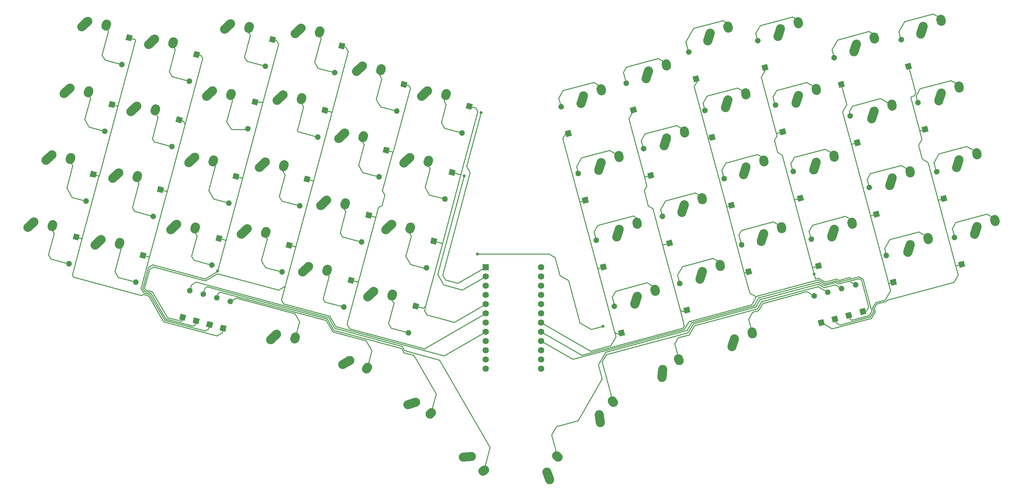
<source format=gbr>
%TF.GenerationSoftware,KiCad,Pcbnew,(5.1.9)-1*%
%TF.CreationDate,2021-03-20T23:04:42-06:00*%
%TF.ProjectId,Pteron56v0,50746572-6f6e-4353-9676-302e6b696361,rev?*%
%TF.SameCoordinates,Original*%
%TF.FileFunction,Copper,L1,Top*%
%TF.FilePolarity,Positive*%
%FSLAX46Y46*%
G04 Gerber Fmt 4.6, Leading zero omitted, Abs format (unit mm)*
G04 Created by KiCad (PCBNEW (5.1.9)-1) date 2021-03-20 23:04:42*
%MOMM*%
%LPD*%
G01*
G04 APERTURE LIST*
%TA.AperFunction,ComponentPad*%
%ADD10R,1.752600X1.752600*%
%TD*%
%TA.AperFunction,ComponentPad*%
%ADD11C,1.752600*%
%TD*%
%TA.AperFunction,ComponentPad*%
%ADD12C,0.100000*%
%TD*%
%TA.AperFunction,ViaPad*%
%ADD13C,0.800000*%
%TD*%
%TA.AperFunction,Conductor*%
%ADD14C,0.250000*%
%TD*%
G04 APERTURE END LIST*
%TO.P,SW26,2*%
%TO.N,Net-(D26-Pad2)*%
%TA.AperFunction,ComponentPad*%
G36*
G01*
X185744850Y-84969660D02*
X185633188Y-84400510D01*
G75*
G02*
X186619152Y-82933242I1226616J240652D01*
G01*
X186619152Y-82933242D01*
G75*
G02*
X188086420Y-83919206I240652J-1226616D01*
G01*
X188198082Y-84488356D01*
G75*
G02*
X187212118Y-85955624I-1226616J-240652D01*
G01*
X187212118Y-85955624D01*
G75*
G02*
X185744850Y-84969660I-240652J1226616D01*
G01*
G37*
%TD.AperFunction*%
%TO.P,SW26,1*%
%TO.N,/Row1*%
%TA.AperFunction,ComponentPad*%
G36*
G01*
X180135673Y-87862889D02*
X180812261Y-85717025D01*
G75*
G02*
X182380289Y-84900761I1192146J-375882D01*
G01*
X182380289Y-84900761D01*
G75*
G02*
X183196553Y-86468789I-375882J-1192146D01*
G01*
X182519965Y-88614653D01*
G75*
G02*
X180951937Y-89430917I-1192146J375882D01*
G01*
X180951937Y-89430917D01*
G75*
G02*
X180135673Y-87862889I375882J1192146D01*
G01*
G37*
%TD.AperFunction*%
%TD*%
%TO.P,SW3,2*%
%TO.N,Net-(D3-Pad2)*%
%TA.AperFunction,ComponentPad*%
G36*
G01*
X284182355Y-84219660D02*
X284070693Y-83650510D01*
G75*
G02*
X285056657Y-82183242I1226616J240652D01*
G01*
X285056657Y-82183242D01*
G75*
G02*
X286523925Y-83169206I240652J-1226616D01*
G01*
X286635587Y-83738356D01*
G75*
G02*
X285649623Y-85205624I-1226616J-240652D01*
G01*
X285649623Y-85205624D01*
G75*
G02*
X284182355Y-84219660I-240652J1226616D01*
G01*
G37*
%TD.AperFunction*%
%TO.P,SW3,1*%
%TO.N,/Row2*%
%TA.AperFunction,ComponentPad*%
G36*
G01*
X278573178Y-87112889D02*
X279249766Y-84967025D01*
G75*
G02*
X280817794Y-84150761I1192146J-375882D01*
G01*
X280817794Y-84150761D01*
G75*
G02*
X281634058Y-85718789I-375882J-1192146D01*
G01*
X280957470Y-87864653D01*
G75*
G02*
X279389442Y-88680917I-1192146J375882D01*
G01*
X279389442Y-88680917D01*
G75*
G02*
X278573178Y-87112889I375882J1192146D01*
G01*
G37*
%TD.AperFunction*%
%TD*%
D10*
%TO.P,U1,1*%
%TO.N,/Row0*%
X150244110Y-114904169D03*
D11*
%TO.P,U1,2*%
%TO.N,/Row1*%
X150244110Y-117444169D03*
%TO.P,U1,3*%
%TO.N,Net-(U1-Pad3)*%
X150244110Y-119984169D03*
%TO.P,U1,4*%
%TO.N,Net-(U1-Pad4)*%
X150244110Y-122524169D03*
%TO.P,U1,5*%
%TO.N,/Col6*%
X150244110Y-125064169D03*
%TO.P,U1,6*%
%TO.N,/Col7*%
X150244110Y-127604169D03*
%TO.P,U1,7*%
%TO.N,/Row3*%
X150244110Y-130144169D03*
%TO.P,U1,8*%
%TO.N,/Col8*%
X150244110Y-132684169D03*
%TO.P,U1,9*%
%TO.N,/Col9*%
X150244110Y-135224169D03*
%TO.P,U1,10*%
%TO.N,/Col11*%
X150244110Y-137764169D03*
%TO.P,U1,11*%
%TO.N,/Col10*%
X150244110Y-140304169D03*
%TO.P,U1,12*%
%TO.N,/Row4*%
X150244110Y-142844169D03*
%TO.P,U1,13*%
%TO.N,/Col1*%
X165484110Y-142844169D03*
%TO.P,U1,14*%
%TO.N,/Col0*%
X165484110Y-140304169D03*
%TO.P,U1,15*%
%TO.N,/Col2*%
X165484110Y-137764169D03*
%TO.P,U1,16*%
%TO.N,/Col3*%
X165484110Y-135224169D03*
%TO.P,U1,17*%
%TO.N,/Col4*%
X165484110Y-132684169D03*
%TO.P,U1,18*%
%TO.N,/Col5*%
X165484110Y-130144169D03*
%TO.P,U1,19*%
%TO.N,Net-(U1-Pad19)*%
X165484110Y-127604169D03*
%TO.P,U1,20*%
%TO.N,/Row2*%
X165484110Y-125064169D03*
%TO.P,U1,21*%
%TO.N,Net-(U1-Pad21)*%
X165484110Y-122524169D03*
%TO.P,U1,22*%
%TO.N,Net-(U1-Pad22)*%
X165484110Y-119984169D03*
%TO.P,U1,23*%
%TO.N,Net-(U1-Pad23)*%
X165484110Y-117444169D03*
%TO.P,U1,24*%
%TO.N,Net-(U1-Pad24)*%
X165484110Y-114904169D03*
%TD*%
%TO.P,SW11,1*%
%TO.N,/Row0*%
%TA.AperFunction,ComponentPad*%
G36*
G01*
X229448172Y-51019142D02*
X230124760Y-48873278D01*
G75*
G02*
X231692788Y-48057014I1192146J-375882D01*
G01*
X231692788Y-48057014D01*
G75*
G02*
X232509052Y-49625042I-375882J-1192146D01*
G01*
X231832464Y-51770906D01*
G75*
G02*
X230264436Y-52587170I-1192146J375882D01*
G01*
X230264436Y-52587170D01*
G75*
G02*
X229448172Y-51019142I375882J1192146D01*
G01*
G37*
%TD.AperFunction*%
%TO.P,SW11,2*%
%TO.N,Net-(D11-Pad2)*%
%TA.AperFunction,ComponentPad*%
G36*
G01*
X235057349Y-48125913D02*
X234945687Y-47556763D01*
G75*
G02*
X235931651Y-46089495I1226616J240652D01*
G01*
X235931651Y-46089495D01*
G75*
G02*
X237398919Y-47075459I240652J-1226616D01*
G01*
X237510581Y-47644609D01*
G75*
G02*
X236524617Y-49111877I-1226616J-240652D01*
G01*
X236524617Y-49111877D01*
G75*
G02*
X235057349Y-48125913I-240652J1226616D01*
G01*
G37*
%TD.AperFunction*%
%TD*%
%TO.P,SW1,1*%
%TO.N,/Row0*%
%TA.AperFunction,ComponentPad*%
G36*
G01*
X268729419Y-50362888D02*
X269406007Y-48217024D01*
G75*
G02*
X270974035Y-47400760I1192146J-375882D01*
G01*
X270974035Y-47400760D01*
G75*
G02*
X271790299Y-48968788I-375882J-1192146D01*
G01*
X271113711Y-51114652D01*
G75*
G02*
X269545683Y-51930916I-1192146J375882D01*
G01*
X269545683Y-51930916D01*
G75*
G02*
X268729419Y-50362888I375882J1192146D01*
G01*
G37*
%TD.AperFunction*%
%TO.P,SW1,2*%
%TO.N,Net-(D1-Pad2)*%
%TA.AperFunction,ComponentPad*%
G36*
G01*
X274338596Y-47469659D02*
X274226934Y-46900509D01*
G75*
G02*
X275212898Y-45433241I1226616J240652D01*
G01*
X275212898Y-45433241D01*
G75*
G02*
X276680166Y-46419205I240652J-1226616D01*
G01*
X276791828Y-46988355D01*
G75*
G02*
X275805864Y-48455623I-1226616J-240652D01*
G01*
X275805864Y-48455623D01*
G75*
G02*
X274338596Y-47469659I-240652J1226616D01*
G01*
G37*
%TD.AperFunction*%
%TD*%
%TO.P,SW17,2*%
%TO.N,Net-(D17-Pad2)*%
%TA.AperFunction,ComponentPad*%
G36*
G01*
X220619849Y-67719662D02*
X220508187Y-67150512D01*
G75*
G02*
X221494151Y-65683244I1226616J240652D01*
G01*
X221494151Y-65683244D01*
G75*
G02*
X222961419Y-66669208I240652J-1226616D01*
G01*
X223073081Y-67238358D01*
G75*
G02*
X222087117Y-68705626I-1226616J-240652D01*
G01*
X222087117Y-68705626D01*
G75*
G02*
X220619849Y-67719662I-240652J1226616D01*
G01*
G37*
%TD.AperFunction*%
%TO.P,SW17,1*%
%TO.N,/Row1*%
%TA.AperFunction,ComponentPad*%
G36*
G01*
X215010672Y-70612891D02*
X215687260Y-68467027D01*
G75*
G02*
X217255288Y-67650763I1192146J-375882D01*
G01*
X217255288Y-67650763D01*
G75*
G02*
X218071552Y-69218791I-375882J-1192146D01*
G01*
X217394964Y-71364655D01*
G75*
G02*
X215826936Y-72180919I-1192146J375882D01*
G01*
X215826936Y-72180919D01*
G75*
G02*
X215010672Y-70612891I375882J1192146D01*
G01*
G37*
%TD.AperFunction*%
%TD*%
%TO.P,SW15,1*%
%TO.N,/Row4*%
%TA.AperFunction,ComponentPad*%
G36*
G01*
X180528945Y-157897766D02*
X180235261Y-155667016D01*
G75*
G02*
X181311409Y-154264552I1239306J163158D01*
G01*
X181311409Y-154264552D01*
G75*
G02*
X182713873Y-155340700I163158J-1239306D01*
G01*
X183007557Y-157571450D01*
G75*
G02*
X181931409Y-158973914I-1239306J-163158D01*
G01*
X181931409Y-158973914D01*
G75*
G02*
X180528945Y-157897766I-163158J1239306D01*
G01*
G37*
%TD.AperFunction*%
%TO.P,SW15,2*%
%TO.N,Net-(D15-Pad2)*%
%TA.AperFunction,ComponentPad*%
G36*
G01*
X184389855Y-152905070D02*
X184048121Y-152436436D01*
G75*
G02*
X184321613Y-150689954I1009987J736495D01*
G01*
X184321613Y-150689954D01*
G75*
G02*
X186068095Y-150963446I736495J-1009987D01*
G01*
X186409829Y-151432080D01*
G75*
G02*
X186136337Y-153178562I-1009987J-736495D01*
G01*
X186136337Y-153178562D01*
G75*
G02*
X184389855Y-152905070I-736495J1009987D01*
G01*
G37*
%TD.AperFunction*%
%TD*%
%TO.P,D1,2*%
%TO.N,Net-(D1-Pad2)*%
%TA.AperFunction,ComponentPad*%
G36*
G01*
X264768598Y-53042081D02*
X264768598Y-53042081D01*
G75*
G02*
X263788802Y-52476395I-207055J772741D01*
G01*
X263788802Y-52476395D01*
G75*
G02*
X264354488Y-51496599I772741J207055D01*
G01*
X264354488Y-51496599D01*
G75*
G02*
X265334284Y-52062285I207055J-772741D01*
G01*
X265334284Y-52062285D01*
G75*
G02*
X264768598Y-53042081I-772741J-207055D01*
G01*
G37*
%TD.AperFunction*%
%TA.AperFunction,ComponentPad*%
D12*
%TO.P,D1,1*%
%TO.N,/Col0*%
G36*
X267513540Y-60195380D02*
G01*
X265968059Y-60609491D01*
X265553948Y-59064010D01*
X267099429Y-58649899D01*
X267513540Y-60195380D01*
G37*
%TD.AperFunction*%
%TD*%
%TA.AperFunction,ComponentPad*%
%TO.P,D2,1*%
%TO.N,/Col0*%
G36*
X272107293Y-77539128D02*
G01*
X270561812Y-77953239D01*
X270147701Y-76407758D01*
X271693182Y-75993647D01*
X272107293Y-77539128D01*
G37*
%TD.AperFunction*%
%TO.P,D2,2*%
%TO.N,Net-(D2-Pad2)*%
%TA.AperFunction,ComponentPad*%
G36*
G01*
X269362351Y-70385829D02*
X269362351Y-70385829D01*
G75*
G02*
X268382555Y-69820143I-207055J772741D01*
G01*
X268382555Y-69820143D01*
G75*
G02*
X268948241Y-68840347I772741J207055D01*
G01*
X268948241Y-68840347D01*
G75*
G02*
X269928037Y-69406033I207055J-772741D01*
G01*
X269928037Y-69406033D01*
G75*
G02*
X269362351Y-70385829I-772741J-207055D01*
G01*
G37*
%TD.AperFunction*%
%TD*%
%TA.AperFunction,ComponentPad*%
%TO.P,D3,1*%
%TO.N,/Col0*%
G36*
X277263536Y-96570378D02*
G01*
X275718055Y-96984489D01*
X275303944Y-95439008D01*
X276849425Y-95024897D01*
X277263536Y-96570378D01*
G37*
%TD.AperFunction*%
%TO.P,D3,2*%
%TO.N,Net-(D3-Pad2)*%
%TA.AperFunction,ComponentPad*%
G36*
G01*
X274518594Y-89417079D02*
X274518594Y-89417079D01*
G75*
G02*
X273538798Y-88851393I-207055J772741D01*
G01*
X273538798Y-88851393D01*
G75*
G02*
X274104484Y-87871597I772741J207055D01*
G01*
X274104484Y-87871597D01*
G75*
G02*
X275084280Y-88437283I207055J-772741D01*
G01*
X275084280Y-88437283D01*
G75*
G02*
X274518594Y-89417079I-772741J-207055D01*
G01*
G37*
%TD.AperFunction*%
%TD*%
%TO.P,D4,2*%
%TO.N,Net-(D4-Pad2)*%
%TA.AperFunction,ComponentPad*%
G36*
G01*
X279393596Y-107510830D02*
X279393596Y-107510830D01*
G75*
G02*
X278413800Y-106945144I-207055J772741D01*
G01*
X278413800Y-106945144D01*
G75*
G02*
X278979486Y-105965348I772741J207055D01*
G01*
X278979486Y-105965348D01*
G75*
G02*
X279959282Y-106531034I207055J-772741D01*
G01*
X279959282Y-106531034D01*
G75*
G02*
X279393596Y-107510830I-772741J-207055D01*
G01*
G37*
%TD.AperFunction*%
%TA.AperFunction,ComponentPad*%
%TO.P,D4,1*%
%TO.N,/Col0*%
G36*
X282138538Y-114664129D02*
G01*
X280593057Y-115078240D01*
X280178946Y-113532759D01*
X281724427Y-113118648D01*
X282138538Y-114664129D01*
G37*
%TD.AperFunction*%
%TD*%
%TO.P,D5,2*%
%TO.N,Net-(D5-Pad2)*%
%TA.AperFunction,ComponentPad*%
G36*
G01*
X240817987Y-123588581D02*
X240817987Y-123588581D01*
G75*
G02*
X239838191Y-123022895I-207055J772741D01*
G01*
X239838191Y-123022895D01*
G75*
G02*
X240403877Y-122043099I772741J207055D01*
G01*
X240403877Y-122043099D01*
G75*
G02*
X241383673Y-122608785I207055J-772741D01*
G01*
X241383673Y-122608785D01*
G75*
G02*
X240817987Y-123588581I-772741J-207055D01*
G01*
G37*
%TD.AperFunction*%
%TA.AperFunction,ComponentPad*%
%TO.P,D5,1*%
%TO.N,/Col0*%
G36*
X243562929Y-130741880D02*
G01*
X242017448Y-131155991D01*
X241603337Y-129610510D01*
X243148818Y-129196399D01*
X243562929Y-130741880D01*
G37*
%TD.AperFunction*%
%TD*%
%TA.AperFunction,ComponentPad*%
%TO.P,D6,1*%
%TO.N,/Col1*%
G36*
X249044792Y-65164124D02*
G01*
X247499311Y-65578235D01*
X247085200Y-64032754D01*
X248630681Y-63618643D01*
X249044792Y-65164124D01*
G37*
%TD.AperFunction*%
%TO.P,D6,2*%
%TO.N,Net-(D6-Pad2)*%
%TA.AperFunction,ComponentPad*%
G36*
G01*
X246299850Y-58010825D02*
X246299850Y-58010825D01*
G75*
G02*
X245320054Y-57445139I-207055J772741D01*
G01*
X245320054Y-57445139D01*
G75*
G02*
X245885740Y-56465343I772741J207055D01*
G01*
X245885740Y-56465343D01*
G75*
G02*
X246865536Y-57031029I207055J-772741D01*
G01*
X246865536Y-57031029D01*
G75*
G02*
X246299850Y-58010825I-772741J-207055D01*
G01*
G37*
%TD.AperFunction*%
%TD*%
%TO.P,D7,2*%
%TO.N,Net-(D7-Pad2)*%
%TA.AperFunction,ComponentPad*%
G36*
G01*
X250706101Y-74042078D02*
X250706101Y-74042078D01*
G75*
G02*
X249726305Y-73476392I-207055J772741D01*
G01*
X249726305Y-73476392D01*
G75*
G02*
X250291991Y-72496596I772741J207055D01*
G01*
X250291991Y-72496596D01*
G75*
G02*
X251271787Y-73062282I207055J-772741D01*
G01*
X251271787Y-73062282D01*
G75*
G02*
X250706101Y-74042078I-772741J-207055D01*
G01*
G37*
%TD.AperFunction*%
%TA.AperFunction,ComponentPad*%
%TO.P,D7,1*%
%TO.N,/Col1*%
G36*
X253451043Y-81195377D02*
G01*
X251905562Y-81609488D01*
X251491451Y-80064007D01*
X253036932Y-79649896D01*
X253451043Y-81195377D01*
G37*
%TD.AperFunction*%
%TD*%
%TO.P,D8,2*%
%TO.N,Net-(D8-Pad2)*%
%TA.AperFunction,ComponentPad*%
G36*
G01*
X255956099Y-93729583D02*
X255956099Y-93729583D01*
G75*
G02*
X254976303Y-93163897I-207055J772741D01*
G01*
X254976303Y-93163897D01*
G75*
G02*
X255541989Y-92184101I772741J207055D01*
G01*
X255541989Y-92184101D01*
G75*
G02*
X256521785Y-92749787I207055J-772741D01*
G01*
X256521785Y-92749787D01*
G75*
G02*
X255956099Y-93729583I-772741J-207055D01*
G01*
G37*
%TD.AperFunction*%
%TA.AperFunction,ComponentPad*%
%TO.P,D8,1*%
%TO.N,/Col1*%
G36*
X258701041Y-100882882D02*
G01*
X257155560Y-101296993D01*
X256741449Y-99751512D01*
X258286930Y-99337401D01*
X258701041Y-100882882D01*
G37*
%TD.AperFunction*%
%TD*%
%TA.AperFunction,ComponentPad*%
%TO.P,D9,1*%
%TO.N,/Col1*%
G36*
X263388542Y-119632878D02*
G01*
X261843061Y-120046989D01*
X261428950Y-118501508D01*
X262974431Y-118087397D01*
X263388542Y-119632878D01*
G37*
%TD.AperFunction*%
%TO.P,D9,2*%
%TO.N,Net-(D9-Pad2)*%
%TA.AperFunction,ComponentPad*%
G36*
G01*
X260643600Y-112479579D02*
X260643600Y-112479579D01*
G75*
G02*
X259663804Y-111913893I-207055J772741D01*
G01*
X259663804Y-111913893D01*
G75*
G02*
X260229490Y-110934097I772741J207055D01*
G01*
X260229490Y-110934097D01*
G75*
G02*
X261209286Y-111499783I207055J-772741D01*
G01*
X261209286Y-111499783D01*
G75*
G02*
X260643600Y-112479579I-772741J-207055D01*
G01*
G37*
%TD.AperFunction*%
%TD*%
%TA.AperFunction,ComponentPad*%
%TO.P,D10,1*%
%TO.N,/Col1*%
G36*
X247275700Y-129747040D02*
G01*
X245730219Y-130161151D01*
X245316108Y-128615670D01*
X246861589Y-128201559D01*
X247275700Y-129747040D01*
G37*
%TD.AperFunction*%
%TO.P,D10,2*%
%TO.N,Net-(D10-Pad2)*%
%TA.AperFunction,ComponentPad*%
G36*
G01*
X244530758Y-122593741D02*
X244530758Y-122593741D01*
G75*
G02*
X243550962Y-122028055I-207055J772741D01*
G01*
X243550962Y-122028055D01*
G75*
G02*
X244116648Y-121048259I772741J207055D01*
G01*
X244116648Y-121048259D01*
G75*
G02*
X245096444Y-121613945I207055J-772741D01*
G01*
X245096444Y-121613945D01*
G75*
G02*
X244530758Y-122593741I-772741J-207055D01*
G01*
G37*
%TD.AperFunction*%
%TD*%
%TO.P,D11,2*%
%TO.N,Net-(D11-Pad2)*%
%TA.AperFunction,ComponentPad*%
G36*
G01*
X225299847Y-53323329D02*
X225299847Y-53323329D01*
G75*
G02*
X224320051Y-52757643I-207055J772741D01*
G01*
X224320051Y-52757643D01*
G75*
G02*
X224885737Y-51777847I772741J207055D01*
G01*
X224885737Y-51777847D01*
G75*
G02*
X225865533Y-52343533I207055J-772741D01*
G01*
X225865533Y-52343533D01*
G75*
G02*
X225299847Y-53323329I-772741J-207055D01*
G01*
G37*
%TD.AperFunction*%
%TA.AperFunction,ComponentPad*%
%TO.P,D11,1*%
%TO.N,/Col2*%
G36*
X228044789Y-60476628D02*
G01*
X226499308Y-60890739D01*
X226085197Y-59345258D01*
X227630678Y-58931147D01*
X228044789Y-60476628D01*
G37*
%TD.AperFunction*%
%TD*%
%TA.AperFunction,ComponentPad*%
%TO.P,D12,1*%
%TO.N,/Col2*%
G36*
X232919797Y-78195377D02*
G01*
X231374316Y-78609488D01*
X230960205Y-77064007D01*
X232505686Y-76649896D01*
X232919797Y-78195377D01*
G37*
%TD.AperFunction*%
%TO.P,D12,2*%
%TO.N,Net-(D12-Pad2)*%
%TA.AperFunction,ComponentPad*%
G36*
G01*
X230174855Y-71042078D02*
X230174855Y-71042078D01*
G75*
G02*
X229195059Y-70476392I-207055J772741D01*
G01*
X229195059Y-70476392D01*
G75*
G02*
X229760745Y-69496596I772741J207055D01*
G01*
X229760745Y-69496596D01*
G75*
G02*
X230740541Y-70062282I207055J-772741D01*
G01*
X230740541Y-70062282D01*
G75*
G02*
X230174855Y-71042078I-772741J-207055D01*
G01*
G37*
%TD.AperFunction*%
%TD*%
%TO.P,D13,2*%
%TO.N,Net-(D13-Pad2)*%
%TA.AperFunction,ComponentPad*%
G36*
G01*
X235049851Y-89323333D02*
X235049851Y-89323333D01*
G75*
G02*
X234070055Y-88757647I-207055J772741D01*
G01*
X234070055Y-88757647D01*
G75*
G02*
X234635741Y-87777851I772741J207055D01*
G01*
X234635741Y-87777851D01*
G75*
G02*
X235615537Y-88343537I207055J-772741D01*
G01*
X235615537Y-88343537D01*
G75*
G02*
X235049851Y-89323333I-772741J-207055D01*
G01*
G37*
%TD.AperFunction*%
%TA.AperFunction,ComponentPad*%
%TO.P,D13,1*%
%TO.N,/Col2*%
G36*
X237794793Y-96476632D02*
G01*
X236249312Y-96890743D01*
X235835201Y-95345262D01*
X237380682Y-94931151D01*
X237794793Y-96476632D01*
G37*
%TD.AperFunction*%
%TD*%
%TA.AperFunction,ComponentPad*%
%TO.P,D14,1*%
%TO.N,/Col2*%
G36*
X242763539Y-115132883D02*
G01*
X241218058Y-115546994D01*
X240803947Y-114001513D01*
X242349428Y-113587402D01*
X242763539Y-115132883D01*
G37*
%TD.AperFunction*%
%TO.P,D14,2*%
%TO.N,Net-(D14-Pad2)*%
%TA.AperFunction,ComponentPad*%
G36*
G01*
X240018597Y-107979584D02*
X240018597Y-107979584D01*
G75*
G02*
X239038801Y-107413898I-207055J772741D01*
G01*
X239038801Y-107413898D01*
G75*
G02*
X239604487Y-106434102I772741J207055D01*
G01*
X239604487Y-106434102D01*
G75*
G02*
X240584283Y-106999788I207055J-772741D01*
G01*
X240584283Y-106999788D01*
G75*
G02*
X240018597Y-107979584I-772741J-207055D01*
G01*
G37*
%TD.AperFunction*%
%TD*%
%TO.P,D15,2*%
%TO.N,Net-(D15-Pad2)*%
%TA.AperFunction,ComponentPad*%
G36*
G01*
X248334092Y-121574643D02*
X248334092Y-121574643D01*
G75*
G02*
X247354296Y-121008957I-207055J772741D01*
G01*
X247354296Y-121008957D01*
G75*
G02*
X247919982Y-120029161I772741J207055D01*
G01*
X247919982Y-120029161D01*
G75*
G02*
X248899778Y-120594847I207055J-772741D01*
G01*
X248899778Y-120594847D01*
G75*
G02*
X248334092Y-121574643I-772741J-207055D01*
G01*
G37*
%TD.AperFunction*%
%TA.AperFunction,ComponentPad*%
%TO.P,D15,1*%
%TO.N,/Col2*%
G36*
X251079034Y-128727942D02*
G01*
X249533553Y-129142053D01*
X249119442Y-127596572D01*
X250664923Y-127182461D01*
X251079034Y-128727942D01*
G37*
%TD.AperFunction*%
%TD*%
%TA.AperFunction,ComponentPad*%
%TO.P,D16,1*%
%TO.N,/Col3*%
G36*
X209072489Y-63599588D02*
G01*
X207527008Y-64013699D01*
X207112897Y-62468218D01*
X208658378Y-62054107D01*
X209072489Y-63599588D01*
G37*
%TD.AperFunction*%
%TO.P,D16,2*%
%TO.N,Net-(D16-Pad2)*%
%TA.AperFunction,ComponentPad*%
G36*
G01*
X206327547Y-56446289D02*
X206327547Y-56446289D01*
G75*
G02*
X205347751Y-55880603I-207055J772741D01*
G01*
X205347751Y-55880603D01*
G75*
G02*
X205913437Y-54900807I772741J207055D01*
G01*
X205913437Y-54900807D01*
G75*
G02*
X206893233Y-55466493I207055J-772741D01*
G01*
X206893233Y-55466493D01*
G75*
G02*
X206327547Y-56446289I-772741J-207055D01*
G01*
G37*
%TD.AperFunction*%
%TD*%
%TO.P,D17,2*%
%TO.N,Net-(D17-Pad2)*%
%TA.AperFunction,ComponentPad*%
G36*
G01*
X210737148Y-72540917D02*
X210737148Y-72540917D01*
G75*
G02*
X209757352Y-71975231I-207055J772741D01*
G01*
X209757352Y-71975231D01*
G75*
G02*
X210323038Y-70995435I772741J207055D01*
G01*
X210323038Y-70995435D01*
G75*
G02*
X211302834Y-71561121I207055J-772741D01*
G01*
X211302834Y-71561121D01*
G75*
G02*
X210737148Y-72540917I-772741J-207055D01*
G01*
G37*
%TD.AperFunction*%
%TA.AperFunction,ComponentPad*%
%TO.P,D17,1*%
%TO.N,/Col3*%
G36*
X213482090Y-79694216D02*
G01*
X211936609Y-80108327D01*
X211522498Y-78562846D01*
X213067979Y-78148735D01*
X213482090Y-79694216D01*
G37*
%TD.AperFunction*%
%TD*%
%TA.AperFunction,ComponentPad*%
%TO.P,D18,1*%
%TO.N,/Col3*%
G36*
X218800726Y-98456975D02*
G01*
X217255245Y-98871086D01*
X216841134Y-97325605D01*
X218386615Y-96911494D01*
X218800726Y-98456975D01*
G37*
%TD.AperFunction*%
%TO.P,D18,2*%
%TO.N,Net-(D18-Pad2)*%
%TA.AperFunction,ComponentPad*%
G36*
G01*
X216055784Y-91303676D02*
X216055784Y-91303676D01*
G75*
G02*
X215075988Y-90737990I-207055J772741D01*
G01*
X215075988Y-90737990D01*
G75*
G02*
X215641674Y-89758194I772741J207055D01*
G01*
X215641674Y-89758194D01*
G75*
G02*
X216621470Y-90323880I207055J-772741D01*
G01*
X216621470Y-90323880D01*
G75*
G02*
X216055784Y-91303676I-772741J-207055D01*
G01*
G37*
%TD.AperFunction*%
%TD*%
%TA.AperFunction,ComponentPad*%
%TO.P,D19,1*%
%TO.N,/Col3*%
G36*
X223587291Y-116682902D02*
G01*
X222041810Y-117097013D01*
X221627699Y-115551532D01*
X223173180Y-115137421D01*
X223587291Y-116682902D01*
G37*
%TD.AperFunction*%
%TO.P,D19,2*%
%TO.N,Net-(D19-Pad2)*%
%TA.AperFunction,ComponentPad*%
G36*
G01*
X220842349Y-109529603D02*
X220842349Y-109529603D01*
G75*
G02*
X219862553Y-108963917I-207055J772741D01*
G01*
X219862553Y-108963917D01*
G75*
G02*
X220428239Y-107984121I772741J207055D01*
G01*
X220428239Y-107984121D01*
G75*
G02*
X221408035Y-108549807I207055J-772741D01*
G01*
X221408035Y-108549807D01*
G75*
G02*
X220842349Y-109529603I-772741J-207055D01*
G01*
G37*
%TD.AperFunction*%
%TD*%
%TA.AperFunction,ComponentPad*%
%TO.P,D20,1*%
%TO.N,/Col3*%
G36*
X254972926Y-127684579D02*
G01*
X253427445Y-128098690D01*
X253013334Y-126553209D01*
X254558815Y-126139098D01*
X254972926Y-127684579D01*
G37*
%TD.AperFunction*%
%TO.P,D20,2*%
%TO.N,Net-(D20-Pad2)*%
%TA.AperFunction,ComponentPad*%
G36*
G01*
X252227984Y-120531280D02*
X252227984Y-120531280D01*
G75*
G02*
X251248188Y-119965594I-207055J772741D01*
G01*
X251248188Y-119965594D01*
G75*
G02*
X251813874Y-118985798I772741J207055D01*
G01*
X251813874Y-118985798D01*
G75*
G02*
X252793670Y-119551484I207055J-772741D01*
G01*
X252793670Y-119551484D01*
G75*
G02*
X252227984Y-120531280I-772741J-207055D01*
G01*
G37*
%TD.AperFunction*%
%TD*%
%TO.P,D21,2*%
%TO.N,Net-(D21-Pad2)*%
%TA.AperFunction,ComponentPad*%
G36*
G01*
X189112349Y-65042077D02*
X189112349Y-65042077D01*
G75*
G02*
X188132553Y-64476391I-207055J772741D01*
G01*
X188132553Y-64476391D01*
G75*
G02*
X188698239Y-63496595I772741J207055D01*
G01*
X188698239Y-63496595D01*
G75*
G02*
X189678035Y-64062281I207055J-772741D01*
G01*
X189678035Y-64062281D01*
G75*
G02*
X189112349Y-65042077I-772741J-207055D01*
G01*
G37*
%TD.AperFunction*%
%TA.AperFunction,ComponentPad*%
%TO.P,D21,1*%
%TO.N,/Col4*%
G36*
X191857291Y-72195376D02*
G01*
X190311810Y-72609487D01*
X189897699Y-71064006D01*
X191443180Y-70649895D01*
X191857291Y-72195376D01*
G37*
%TD.AperFunction*%
%TD*%
%TA.AperFunction,ComponentPad*%
%TO.P,D22,1*%
%TO.N,/Col4*%
G36*
X196638547Y-90195380D02*
G01*
X195093066Y-90609491D01*
X194678955Y-89064010D01*
X196224436Y-88649899D01*
X196638547Y-90195380D01*
G37*
%TD.AperFunction*%
%TO.P,D22,2*%
%TO.N,Net-(D22-Pad2)*%
%TA.AperFunction,ComponentPad*%
G36*
G01*
X193893605Y-83042081D02*
X193893605Y-83042081D01*
G75*
G02*
X192913809Y-82476395I-207055J772741D01*
G01*
X192913809Y-82476395D01*
G75*
G02*
X193479495Y-81496599I772741J207055D01*
G01*
X193479495Y-81496599D01*
G75*
G02*
X194459291Y-82062285I207055J-772741D01*
G01*
X194459291Y-82062285D01*
G75*
G02*
X193893605Y-83042081I-772741J-207055D01*
G01*
G37*
%TD.AperFunction*%
%TD*%
%TA.AperFunction,ComponentPad*%
%TO.P,D23,1*%
%TO.N,/Col4*%
G36*
X201794790Y-108851626D02*
G01*
X200249309Y-109265737D01*
X199835198Y-107720256D01*
X201380679Y-107306145D01*
X201794790Y-108851626D01*
G37*
%TD.AperFunction*%
%TO.P,D23,2*%
%TO.N,Net-(D23-Pad2)*%
%TA.AperFunction,ComponentPad*%
G36*
G01*
X199049848Y-101698327D02*
X199049848Y-101698327D01*
G75*
G02*
X198070052Y-101132641I-207055J772741D01*
G01*
X198070052Y-101132641D01*
G75*
G02*
X198635738Y-100152845I772741J207055D01*
G01*
X198635738Y-100152845D01*
G75*
G02*
X199615534Y-100718531I207055J-772741D01*
G01*
X199615534Y-100718531D01*
G75*
G02*
X199049848Y-101698327I-772741J-207055D01*
G01*
G37*
%TD.AperFunction*%
%TD*%
%TO.P,D24,2*%
%TO.N,Net-(D24-Pad2)*%
%TA.AperFunction,ComponentPad*%
G36*
G01*
X203831092Y-120167080D02*
X203831092Y-120167080D01*
G75*
G02*
X202851296Y-119601394I-207055J772741D01*
G01*
X202851296Y-119601394D01*
G75*
G02*
X203416982Y-118621598I772741J207055D01*
G01*
X203416982Y-118621598D01*
G75*
G02*
X204396778Y-119187284I207055J-772741D01*
G01*
X204396778Y-119187284D01*
G75*
G02*
X203831092Y-120167080I-772741J-207055D01*
G01*
G37*
%TD.AperFunction*%
%TA.AperFunction,ComponentPad*%
%TO.P,D24,1*%
%TO.N,/Col4*%
G36*
X206576034Y-127320379D02*
G01*
X205030553Y-127734490D01*
X204616442Y-126189009D01*
X206161923Y-125774898D01*
X206576034Y-127320379D01*
G37*
%TD.AperFunction*%
%TD*%
%TA.AperFunction,ComponentPad*%
%TO.P,D25,1*%
%TO.N,/Col5*%
G36*
X173951046Y-78664128D02*
G01*
X172405565Y-79078239D01*
X171991454Y-77532758D01*
X173536935Y-77118647D01*
X173951046Y-78664128D01*
G37*
%TD.AperFunction*%
%TO.P,D25,2*%
%TO.N,Net-(D25-Pad2)*%
%TA.AperFunction,ComponentPad*%
G36*
G01*
X171206104Y-71510829D02*
X171206104Y-71510829D01*
G75*
G02*
X170226308Y-70945143I-207055J772741D01*
G01*
X170226308Y-70945143D01*
G75*
G02*
X170791994Y-69965347I772741J207055D01*
G01*
X170791994Y-69965347D01*
G75*
G02*
X171771790Y-70531033I207055J-772741D01*
G01*
X171771790Y-70531033D01*
G75*
G02*
X171206104Y-71510829I-772741J-207055D01*
G01*
G37*
%TD.AperFunction*%
%TD*%
%TO.P,D26,2*%
%TO.N,Net-(D26-Pad2)*%
%TA.AperFunction,ComponentPad*%
G36*
G01*
X175893596Y-89885828D02*
X175893596Y-89885828D01*
G75*
G02*
X174913800Y-89320142I-207055J772741D01*
G01*
X174913800Y-89320142D01*
G75*
G02*
X175479486Y-88340346I772741J207055D01*
G01*
X175479486Y-88340346D01*
G75*
G02*
X176459282Y-88906032I207055J-772741D01*
G01*
X176459282Y-88906032D01*
G75*
G02*
X175893596Y-89885828I-772741J-207055D01*
G01*
G37*
%TD.AperFunction*%
%TA.AperFunction,ComponentPad*%
%TO.P,D26,1*%
%TO.N,/Col5*%
G36*
X178638538Y-97039127D02*
G01*
X177093057Y-97453238D01*
X176678946Y-95907757D01*
X178224427Y-95493646D01*
X178638538Y-97039127D01*
G37*
%TD.AperFunction*%
%TD*%
%TA.AperFunction,ComponentPad*%
%TO.P,D27,1*%
%TO.N,/Col5*%
G36*
X183607296Y-115414128D02*
G01*
X182061815Y-115828239D01*
X181647704Y-114282758D01*
X183193185Y-113868647D01*
X183607296Y-115414128D01*
G37*
%TD.AperFunction*%
%TO.P,D27,2*%
%TO.N,Net-(D27-Pad2)*%
%TA.AperFunction,ComponentPad*%
G36*
G01*
X180862354Y-108260829D02*
X180862354Y-108260829D01*
G75*
G02*
X179882558Y-107695143I-207055J772741D01*
G01*
X179882558Y-107695143D01*
G75*
G02*
X180448244Y-106715347I772741J207055D01*
G01*
X180448244Y-106715347D01*
G75*
G02*
X181428040Y-107281033I207055J-772741D01*
G01*
X181428040Y-107281033D01*
G75*
G02*
X180862354Y-108260829I-772741J-207055D01*
G01*
G37*
%TD.AperFunction*%
%TD*%
%TA.AperFunction,ComponentPad*%
%TO.P,D28,1*%
%TO.N,/Col5*%
G36*
X188576041Y-133601625D02*
G01*
X187030560Y-134015736D01*
X186616449Y-132470255D01*
X188161930Y-132056144D01*
X188576041Y-133601625D01*
G37*
%TD.AperFunction*%
%TO.P,D28,2*%
%TO.N,Net-(D28-Pad2)*%
%TA.AperFunction,ComponentPad*%
G36*
G01*
X185831099Y-126448326D02*
X185831099Y-126448326D01*
G75*
G02*
X184851303Y-125882640I-207055J772741D01*
G01*
X184851303Y-125882640D01*
G75*
G02*
X185416989Y-124902844I772741J207055D01*
G01*
X185416989Y-124902844D01*
G75*
G02*
X186396785Y-125468530I207055J-772741D01*
G01*
X186396785Y-125468530D01*
G75*
G02*
X185831099Y-126448326I-772741J-207055D01*
G01*
G37*
%TD.AperFunction*%
%TD*%
%TO.P,D29,2*%
%TO.N,Net-(D29-Pad2)*%
%TA.AperFunction,ComponentPad*%
G36*
G01*
X143924850Y-77186055D02*
X143924850Y-77186055D01*
G75*
G02*
X144490536Y-78165851I-207055J-772741D01*
G01*
X144490536Y-78165851D01*
G75*
G02*
X143510740Y-78731537I-772741J207055D01*
G01*
X143510740Y-78731537D01*
G75*
G02*
X142945054Y-77751741I207055J772741D01*
G01*
X142945054Y-77751741D01*
G75*
G02*
X143924850Y-77186055I772741J-207055D01*
G01*
G37*
%TD.AperFunction*%
%TA.AperFunction,ComponentPad*%
%TO.P,D29,1*%
%TO.N,/Col6*%
G36*
X145124311Y-69618645D02*
G01*
X146669792Y-70032756D01*
X146255681Y-71578237D01*
X144710200Y-71164126D01*
X145124311Y-69618645D01*
G37*
%TD.AperFunction*%
%TD*%
%TO.P,D30,2*%
%TO.N,Net-(D30-Pad2)*%
%TA.AperFunction,ComponentPad*%
G36*
G01*
X139237349Y-95373555D02*
X139237349Y-95373555D01*
G75*
G02*
X139803035Y-96353351I-207055J-772741D01*
G01*
X139803035Y-96353351D01*
G75*
G02*
X138823239Y-96919037I-772741J207055D01*
G01*
X138823239Y-96919037D01*
G75*
G02*
X138257553Y-95939241I207055J772741D01*
G01*
X138257553Y-95939241D01*
G75*
G02*
X139237349Y-95373555I772741J-207055D01*
G01*
G37*
%TD.AperFunction*%
%TA.AperFunction,ComponentPad*%
%TO.P,D30,1*%
%TO.N,/Col6*%
G36*
X140436810Y-87806145D02*
G01*
X141982291Y-88220256D01*
X141568180Y-89765737D01*
X140022699Y-89351626D01*
X140436810Y-87806145D01*
G37*
%TD.AperFunction*%
%TD*%
%TA.AperFunction,ComponentPad*%
%TO.P,D31,1*%
%TO.N,/Col6*%
G36*
X135374312Y-106743651D02*
G01*
X136919793Y-107157762D01*
X136505682Y-108703243D01*
X134960201Y-108289132D01*
X135374312Y-106743651D01*
G37*
%TD.AperFunction*%
%TO.P,D31,2*%
%TO.N,Net-(D31-Pad2)*%
%TA.AperFunction,ComponentPad*%
G36*
G01*
X134174851Y-114311061D02*
X134174851Y-114311061D01*
G75*
G02*
X134740537Y-115290857I-207055J-772741D01*
G01*
X134740537Y-115290857D01*
G75*
G02*
X133760741Y-115856543I-772741J207055D01*
G01*
X133760741Y-115856543D01*
G75*
G02*
X133195055Y-114876747I207055J772741D01*
G01*
X133195055Y-114876747D01*
G75*
G02*
X134174851Y-114311061I772741J-207055D01*
G01*
G37*
%TD.AperFunction*%
%TD*%
%TO.P,D32,2*%
%TO.N,Net-(D32-Pad2)*%
%TA.AperFunction,ComponentPad*%
G36*
G01*
X129206101Y-132217309D02*
X129206101Y-132217309D01*
G75*
G02*
X129771787Y-133197105I-207055J-772741D01*
G01*
X129771787Y-133197105D01*
G75*
G02*
X128791991Y-133762791I-772741J207055D01*
G01*
X128791991Y-133762791D01*
G75*
G02*
X128226305Y-132782995I207055J772741D01*
G01*
X128226305Y-132782995D01*
G75*
G02*
X129206101Y-132217309I772741J-207055D01*
G01*
G37*
%TD.AperFunction*%
%TA.AperFunction,ComponentPad*%
%TO.P,D32,1*%
%TO.N,/Col6*%
G36*
X130405562Y-124649899D02*
G01*
X131951043Y-125064010D01*
X131536932Y-126609491D01*
X129991451Y-126195380D01*
X130405562Y-124649899D01*
G37*
%TD.AperFunction*%
%TD*%
%TA.AperFunction,ComponentPad*%
%TO.P,D33,1*%
%TO.N,/Col7*%
G36*
X127165980Y-63584323D02*
G01*
X128711461Y-63998434D01*
X128297350Y-65543915D01*
X126751869Y-65129804D01*
X127165980Y-63584323D01*
G37*
%TD.AperFunction*%
%TO.P,D33,2*%
%TO.N,Net-(D33-Pad2)*%
%TA.AperFunction,ComponentPad*%
G36*
G01*
X125966519Y-71151733D02*
X125966519Y-71151733D01*
G75*
G02*
X126532205Y-72131529I-207055J-772741D01*
G01*
X126532205Y-72131529D01*
G75*
G02*
X125552409Y-72697215I-772741J207055D01*
G01*
X125552409Y-72697215D01*
G75*
G02*
X124986723Y-71717419I207055J772741D01*
G01*
X124986723Y-71717419D01*
G75*
G02*
X125966519Y-71151733I772741J-207055D01*
G01*
G37*
%TD.AperFunction*%
%TD*%
%TO.P,D34,2*%
%TO.N,Net-(D34-Pad2)*%
%TA.AperFunction,ComponentPad*%
G36*
G01*
X121113668Y-89262846D02*
X121113668Y-89262846D01*
G75*
G02*
X121679354Y-90242642I-207055J-772741D01*
G01*
X121679354Y-90242642D01*
G75*
G02*
X120699558Y-90808328I-772741J207055D01*
G01*
X120699558Y-90808328D01*
G75*
G02*
X120133872Y-89828532I207055J772741D01*
G01*
X120133872Y-89828532D01*
G75*
G02*
X121113668Y-89262846I772741J-207055D01*
G01*
G37*
%TD.AperFunction*%
%TA.AperFunction,ComponentPad*%
%TO.P,D34,1*%
%TO.N,/Col7*%
G36*
X122313129Y-81695436D02*
G01*
X123858610Y-82109547D01*
X123444499Y-83655028D01*
X121899018Y-83240917D01*
X122313129Y-81695436D01*
G37*
%TD.AperFunction*%
%TD*%
%TA.AperFunction,ComponentPad*%
%TO.P,D35,1*%
%TO.N,/Col7*%
G36*
X117508793Y-99625436D02*
G01*
X119054274Y-100039547D01*
X118640163Y-101585028D01*
X117094682Y-101170917D01*
X117508793Y-99625436D01*
G37*
%TD.AperFunction*%
%TO.P,D35,2*%
%TO.N,Net-(D35-Pad2)*%
%TA.AperFunction,ComponentPad*%
G36*
G01*
X116309332Y-107192846D02*
X116309332Y-107192846D01*
G75*
G02*
X116875018Y-108172642I-207055J-772741D01*
G01*
X116875018Y-108172642D01*
G75*
G02*
X115895222Y-108738328I-772741J207055D01*
G01*
X115895222Y-108738328D01*
G75*
G02*
X115329536Y-107758532I207055J772741D01*
G01*
X115329536Y-107758532D01*
G75*
G02*
X116309332Y-107192846I772741J-207055D01*
G01*
G37*
%TD.AperFunction*%
%TD*%
%TA.AperFunction,ComponentPad*%
%TO.P,D36,1*%
%TO.N,/Col7*%
G36*
X112613911Y-117531176D02*
G01*
X114159392Y-117945287D01*
X113745281Y-119490768D01*
X112199800Y-119076657D01*
X112613911Y-117531176D01*
G37*
%TD.AperFunction*%
%TO.P,D36,2*%
%TO.N,Net-(D36-Pad2)*%
%TA.AperFunction,ComponentPad*%
G36*
G01*
X111414450Y-125098586D02*
X111414450Y-125098586D01*
G75*
G02*
X111980136Y-126078382I-207055J-772741D01*
G01*
X111980136Y-126078382D01*
G75*
G02*
X111000340Y-126644068I-772741J207055D01*
G01*
X111000340Y-126644068D01*
G75*
G02*
X110434654Y-125664272I207055J772741D01*
G01*
X110434654Y-125664272D01*
G75*
G02*
X111414450Y-125098586I772741J-207055D01*
G01*
G37*
%TD.AperFunction*%
%TD*%
%TO.P,D37,2*%
%TO.N,Net-(D37-Pad2)*%
%TA.AperFunction,ComponentPad*%
G36*
G01*
X108907021Y-60563114D02*
X108907021Y-60563114D01*
G75*
G02*
X109472707Y-61542910I-207055J-772741D01*
G01*
X109472707Y-61542910D01*
G75*
G02*
X108492911Y-62108596I-772741J207055D01*
G01*
X108492911Y-62108596D01*
G75*
G02*
X107927225Y-61128800I207055J772741D01*
G01*
X107927225Y-61128800D01*
G75*
G02*
X108907021Y-60563114I772741J-207055D01*
G01*
G37*
%TD.AperFunction*%
%TA.AperFunction,ComponentPad*%
%TO.P,D37,1*%
%TO.N,/Col8*%
G36*
X110106482Y-52995704D02*
G01*
X111651963Y-53409815D01*
X111237852Y-54955296D01*
X109692371Y-54541185D01*
X110106482Y-52995704D01*
G37*
%TD.AperFunction*%
%TD*%
%TO.P,D38,2*%
%TO.N,Net-(D38-Pad2)*%
%TA.AperFunction,ComponentPad*%
G36*
G01*
X104268596Y-78311055D02*
X104268596Y-78311055D01*
G75*
G02*
X104834282Y-79290851I-207055J-772741D01*
G01*
X104834282Y-79290851D01*
G75*
G02*
X103854486Y-79856537I-772741J207055D01*
G01*
X103854486Y-79856537D01*
G75*
G02*
X103288800Y-78876741I207055J772741D01*
G01*
X103288800Y-78876741D01*
G75*
G02*
X104268596Y-78311055I772741J-207055D01*
G01*
G37*
%TD.AperFunction*%
%TA.AperFunction,ComponentPad*%
%TO.P,D38,1*%
%TO.N,/Col8*%
G36*
X105468057Y-70743645D02*
G01*
X107013538Y-71157756D01*
X106599427Y-72703237D01*
X105053946Y-72289126D01*
X105468057Y-70743645D01*
G37*
%TD.AperFunction*%
%TD*%
%TO.P,D39,2*%
%TO.N,Net-(D39-Pad2)*%
%TA.AperFunction,ComponentPad*%
G36*
G01*
X99299847Y-97248556D02*
X99299847Y-97248556D01*
G75*
G02*
X99865533Y-98228352I-207055J-772741D01*
G01*
X99865533Y-98228352D01*
G75*
G02*
X98885737Y-98794038I-772741J207055D01*
G01*
X98885737Y-98794038D01*
G75*
G02*
X98320051Y-97814242I207055J772741D01*
G01*
X98320051Y-97814242D01*
G75*
G02*
X99299847Y-97248556I772741J-207055D01*
G01*
G37*
%TD.AperFunction*%
%TA.AperFunction,ComponentPad*%
%TO.P,D39,1*%
%TO.N,/Col8*%
G36*
X100499308Y-89681146D02*
G01*
X102044789Y-90095257D01*
X101630678Y-91640738D01*
X100085197Y-91226627D01*
X100499308Y-89681146D01*
G37*
%TD.AperFunction*%
%TD*%
%TA.AperFunction,ComponentPad*%
%TO.P,D40,1*%
%TO.N,/Col8*%
G36*
X95624305Y-107868645D02*
G01*
X97169786Y-108282756D01*
X96755675Y-109828237D01*
X95210194Y-109414126D01*
X95624305Y-107868645D01*
G37*
%TD.AperFunction*%
%TO.P,D40,2*%
%TO.N,Net-(D40-Pad2)*%
%TA.AperFunction,ComponentPad*%
G36*
G01*
X94424844Y-115436055D02*
X94424844Y-115436055D01*
G75*
G02*
X94990530Y-116415851I-207055J-772741D01*
G01*
X94990530Y-116415851D01*
G75*
G02*
X94010734Y-116981537I-772741J207055D01*
G01*
X94010734Y-116981537D01*
G75*
G02*
X93445048Y-116001741I207055J772741D01*
G01*
X93445048Y-116001741D01*
G75*
G02*
X94424844Y-115436055I772741J-207055D01*
G01*
G37*
%TD.AperFunction*%
%TD*%
%TA.AperFunction,ComponentPad*%
%TO.P,D41,1*%
%TO.N,/Col8*%
G36*
X67432261Y-129695538D02*
G01*
X65886780Y-129281427D01*
X66300891Y-127735946D01*
X67846372Y-128150057D01*
X67432261Y-129695538D01*
G37*
%TD.AperFunction*%
%TO.P,D41,2*%
%TO.N,Net-(D41-Pad2)*%
%TA.AperFunction,ComponentPad*%
G36*
G01*
X68631722Y-122128128D02*
X68631722Y-122128128D01*
G75*
G02*
X68066036Y-121148332I207055J772741D01*
G01*
X68066036Y-121148332D01*
G75*
G02*
X69045832Y-120582646I772741J-207055D01*
G01*
X69045832Y-120582646D01*
G75*
G02*
X69611518Y-121562442I-207055J-772741D01*
G01*
X69611518Y-121562442D01*
G75*
G02*
X68631722Y-122128128I-772741J207055D01*
G01*
G37*
%TD.AperFunction*%
%TD*%
%TO.P,D42,2*%
%TO.N,Net-(D42-Pad2)*%
%TA.AperFunction,ComponentPad*%
G36*
G01*
X89831094Y-58811058D02*
X89831094Y-58811058D01*
G75*
G02*
X90396780Y-59790854I-207055J-772741D01*
G01*
X90396780Y-59790854D01*
G75*
G02*
X89416984Y-60356540I-772741J207055D01*
G01*
X89416984Y-60356540D01*
G75*
G02*
X88851298Y-59376744I207055J772741D01*
G01*
X88851298Y-59376744D01*
G75*
G02*
X89831094Y-58811058I772741J-207055D01*
G01*
G37*
%TD.AperFunction*%
%TA.AperFunction,ComponentPad*%
%TO.P,D42,1*%
%TO.N,/Col9*%
G36*
X91030555Y-51243648D02*
G01*
X92576036Y-51657759D01*
X92161925Y-53203240D01*
X90616444Y-52789129D01*
X91030555Y-51243648D01*
G37*
%TD.AperFunction*%
%TD*%
%TO.P,D43,2*%
%TO.N,Net-(D43-Pad2)*%
%TA.AperFunction,ComponentPad*%
G36*
G01*
X85032917Y-76019207D02*
X85032917Y-76019207D01*
G75*
G02*
X85598603Y-76999003I-207055J-772741D01*
G01*
X85598603Y-76999003D01*
G75*
G02*
X84618807Y-77564689I-772741J207055D01*
G01*
X84618807Y-77564689D01*
G75*
G02*
X84053121Y-76584893I207055J772741D01*
G01*
X84053121Y-76584893D01*
G75*
G02*
X85032917Y-76019207I772741J-207055D01*
G01*
G37*
%TD.AperFunction*%
%TA.AperFunction,ComponentPad*%
%TO.P,D43,1*%
%TO.N,/Col9*%
G36*
X86232378Y-68451797D02*
G01*
X87777859Y-68865908D01*
X87363748Y-70411389D01*
X85818267Y-69997278D01*
X86232378Y-68451797D01*
G37*
%TD.AperFunction*%
%TD*%
%TO.P,D44,2*%
%TO.N,Net-(D44-Pad2)*%
%TA.AperFunction,ComponentPad*%
G36*
G01*
X79799849Y-96498557D02*
X79799849Y-96498557D01*
G75*
G02*
X80365535Y-97478353I-207055J-772741D01*
G01*
X80365535Y-97478353D01*
G75*
G02*
X79385739Y-98044039I-772741J207055D01*
G01*
X79385739Y-98044039D01*
G75*
G02*
X78820053Y-97064243I207055J772741D01*
G01*
X78820053Y-97064243D01*
G75*
G02*
X79799849Y-96498557I772741J-207055D01*
G01*
G37*
%TD.AperFunction*%
%TA.AperFunction,ComponentPad*%
%TO.P,D44,1*%
%TO.N,/Col9*%
G36*
X80999310Y-88931147D02*
G01*
X82544791Y-89345258D01*
X82130680Y-90890739D01*
X80585199Y-90476628D01*
X80999310Y-88931147D01*
G37*
%TD.AperFunction*%
%TD*%
%TO.P,D45,2*%
%TO.N,Net-(D45-Pad2)*%
%TA.AperFunction,ComponentPad*%
G36*
G01*
X75112348Y-113561055D02*
X75112348Y-113561055D01*
G75*
G02*
X75678034Y-114540851I-207055J-772741D01*
G01*
X75678034Y-114540851D01*
G75*
G02*
X74698238Y-115106537I-772741J207055D01*
G01*
X74698238Y-115106537D01*
G75*
G02*
X74132552Y-114126741I207055J772741D01*
G01*
X74132552Y-114126741D01*
G75*
G02*
X75112348Y-113561055I772741J-207055D01*
G01*
G37*
%TD.AperFunction*%
%TA.AperFunction,ComponentPad*%
%TO.P,D45,1*%
%TO.N,/Col9*%
G36*
X76311809Y-105993645D02*
G01*
X77857290Y-106407756D01*
X77443179Y-107953237D01*
X75897698Y-107539126D01*
X76311809Y-105993645D01*
G37*
%TD.AperFunction*%
%TD*%
%TO.P,D46,2*%
%TO.N,Net-(D46-Pad2)*%
%TA.AperFunction,ComponentPad*%
G36*
G01*
X72344500Y-123122967D02*
X72344500Y-123122967D01*
G75*
G02*
X71778814Y-122143171I207055J772741D01*
G01*
X71778814Y-122143171D01*
G75*
G02*
X72758610Y-121577485I772741J-207055D01*
G01*
X72758610Y-121577485D01*
G75*
G02*
X73324296Y-122557281I-207055J-772741D01*
G01*
X73324296Y-122557281D01*
G75*
G02*
X72344500Y-123122967I-772741J207055D01*
G01*
G37*
%TD.AperFunction*%
%TA.AperFunction,ComponentPad*%
%TO.P,D46,1*%
%TO.N,/Col9*%
G36*
X71145039Y-130690377D02*
G01*
X69599558Y-130276266D01*
X70013669Y-128730785D01*
X71559150Y-129144896D01*
X71145039Y-130690377D01*
G37*
%TD.AperFunction*%
%TD*%
%TA.AperFunction,ComponentPad*%
%TO.P,D47,1*%
%TO.N,/Col10*%
G36*
X70124308Y-55368643D02*
G01*
X71669789Y-55782754D01*
X71255678Y-57328235D01*
X69710197Y-56914124D01*
X70124308Y-55368643D01*
G37*
%TD.AperFunction*%
%TO.P,D47,2*%
%TO.N,Net-(D47-Pad2)*%
%TA.AperFunction,ComponentPad*%
G36*
G01*
X68924847Y-62936053D02*
X68924847Y-62936053D01*
G75*
G02*
X69490533Y-63915849I-207055J-772741D01*
G01*
X69490533Y-63915849D01*
G75*
G02*
X68510737Y-64481535I-772741J207055D01*
G01*
X68510737Y-64481535D01*
G75*
G02*
X67945051Y-63501739I207055J772741D01*
G01*
X67945051Y-63501739D01*
G75*
G02*
X68924847Y-62936053I772741J-207055D01*
G01*
G37*
%TD.AperFunction*%
%TD*%
%TO.P,D48,2*%
%TO.N,Net-(D48-Pad2)*%
%TA.AperFunction,ComponentPad*%
G36*
G01*
X64143602Y-80936060D02*
X64143602Y-80936060D01*
G75*
G02*
X64709288Y-81915856I-207055J-772741D01*
G01*
X64709288Y-81915856D01*
G75*
G02*
X63729492Y-82481542I-772741J207055D01*
G01*
X63729492Y-82481542D01*
G75*
G02*
X63163806Y-81501746I207055J772741D01*
G01*
X63163806Y-81501746D01*
G75*
G02*
X64143602Y-80936060I772741J-207055D01*
G01*
G37*
%TD.AperFunction*%
%TA.AperFunction,ComponentPad*%
%TO.P,D48,1*%
%TO.N,/Col10*%
G36*
X65343063Y-73368650D02*
G01*
X66888544Y-73782761D01*
X66474433Y-75328242D01*
X64928952Y-74914131D01*
X65343063Y-73368650D01*
G37*
%TD.AperFunction*%
%TD*%
%TO.P,D49,2*%
%TO.N,Net-(D49-Pad2)*%
%TA.AperFunction,ComponentPad*%
G36*
G01*
X58987347Y-100154805D02*
X58987347Y-100154805D01*
G75*
G02*
X59553033Y-101134601I-207055J-772741D01*
G01*
X59553033Y-101134601D01*
G75*
G02*
X58573237Y-101700287I-772741J207055D01*
G01*
X58573237Y-101700287D01*
G75*
G02*
X58007551Y-100720491I207055J772741D01*
G01*
X58007551Y-100720491D01*
G75*
G02*
X58987347Y-100154805I772741J-207055D01*
G01*
G37*
%TD.AperFunction*%
%TA.AperFunction,ComponentPad*%
%TO.P,D49,1*%
%TO.N,/Col10*%
G36*
X60186808Y-92587395D02*
G01*
X61732289Y-93001506D01*
X61318178Y-94546987D01*
X59772697Y-94132876D01*
X60186808Y-92587395D01*
G37*
%TD.AperFunction*%
%TD*%
%TA.AperFunction,ComponentPad*%
%TO.P,D50,1*%
%TO.N,/Col10*%
G36*
X55405555Y-110681148D02*
G01*
X56951036Y-111095259D01*
X56536925Y-112640740D01*
X54991444Y-112226629D01*
X55405555Y-110681148D01*
G37*
%TD.AperFunction*%
%TO.P,D50,2*%
%TO.N,Net-(D50-Pad2)*%
%TA.AperFunction,ComponentPad*%
G36*
G01*
X54206094Y-118248558D02*
X54206094Y-118248558D01*
G75*
G02*
X54771780Y-119228354I-207055J-772741D01*
G01*
X54771780Y-119228354D01*
G75*
G02*
X53791984Y-119794040I-772741J207055D01*
G01*
X53791984Y-119794040D01*
G75*
G02*
X53226298Y-118814244I207055J772741D01*
G01*
X53226298Y-118814244D01*
G75*
G02*
X54206094Y-118248558I772741J-207055D01*
G01*
G37*
%TD.AperFunction*%
%TD*%
%TA.AperFunction,ComponentPad*%
%TO.P,D51,1*%
%TO.N,/Col10*%
G36*
X74857822Y-131685211D02*
G01*
X73312341Y-131271100D01*
X73726452Y-129725619D01*
X75271933Y-130139730D01*
X74857822Y-131685211D01*
G37*
%TD.AperFunction*%
%TO.P,D51,2*%
%TO.N,Net-(D51-Pad2)*%
%TA.AperFunction,ComponentPad*%
G36*
G01*
X76057283Y-124117801D02*
X76057283Y-124117801D01*
G75*
G02*
X75491597Y-123138005I207055J772741D01*
G01*
X75491597Y-123138005D01*
G75*
G02*
X76471393Y-122572319I772741J-207055D01*
G01*
X76471393Y-122572319D01*
G75*
G02*
X77037079Y-123552115I-207055J-772741D01*
G01*
X77037079Y-123552115D01*
G75*
G02*
X76057283Y-124117801I-772741J207055D01*
G01*
G37*
%TD.AperFunction*%
%TD*%
%TA.AperFunction,ComponentPad*%
%TO.P,D52,1*%
%TO.N,/Col11*%
G36*
X51561809Y-50774899D02*
G01*
X53107290Y-51189010D01*
X52693179Y-52734491D01*
X51147698Y-52320380D01*
X51561809Y-50774899D01*
G37*
%TD.AperFunction*%
%TO.P,D52,2*%
%TO.N,Net-(D52-Pad2)*%
%TA.AperFunction,ComponentPad*%
G36*
G01*
X50362348Y-58342309D02*
X50362348Y-58342309D01*
G75*
G02*
X50928034Y-59322105I-207055J-772741D01*
G01*
X50928034Y-59322105D01*
G75*
G02*
X49948238Y-59887791I-772741J207055D01*
G01*
X49948238Y-59887791D01*
G75*
G02*
X49382552Y-58907995I207055J772741D01*
G01*
X49382552Y-58907995D01*
G75*
G02*
X50362348Y-58342309I772741J-207055D01*
G01*
G37*
%TD.AperFunction*%
%TD*%
%TO.P,D53,2*%
%TO.N,Net-(D53-Pad2)*%
%TA.AperFunction,ComponentPad*%
G36*
G01*
X45674850Y-76717310D02*
X45674850Y-76717310D01*
G75*
G02*
X46240536Y-77697106I-207055J-772741D01*
G01*
X46240536Y-77697106D01*
G75*
G02*
X45260740Y-78262792I-772741J207055D01*
G01*
X45260740Y-78262792D01*
G75*
G02*
X44695054Y-77282996I207055J772741D01*
G01*
X44695054Y-77282996D01*
G75*
G02*
X45674850Y-76717310I772741J-207055D01*
G01*
G37*
%TD.AperFunction*%
%TA.AperFunction,ComponentPad*%
%TO.P,D53,1*%
%TO.N,/Col11*%
G36*
X46874311Y-69149900D02*
G01*
X48419792Y-69564011D01*
X48005681Y-71109492D01*
X46460200Y-70695381D01*
X46874311Y-69149900D01*
G37*
%TD.AperFunction*%
%TD*%
%TO.P,D54,2*%
%TO.N,Net-(D54-Pad2)*%
%TA.AperFunction,ComponentPad*%
G36*
G01*
X40518601Y-95936054D02*
X40518601Y-95936054D01*
G75*
G02*
X41084287Y-96915850I-207055J-772741D01*
G01*
X41084287Y-96915850D01*
G75*
G02*
X40104491Y-97481536I-772741J207055D01*
G01*
X40104491Y-97481536D01*
G75*
G02*
X39538805Y-96501740I207055J772741D01*
G01*
X39538805Y-96501740D01*
G75*
G02*
X40518601Y-95936054I772741J-207055D01*
G01*
G37*
%TD.AperFunction*%
%TA.AperFunction,ComponentPad*%
%TO.P,D54,1*%
%TO.N,/Col11*%
G36*
X41718062Y-88368644D02*
G01*
X43263543Y-88782755D01*
X42849432Y-90328236D01*
X41303951Y-89914125D01*
X41718062Y-88368644D01*
G37*
%TD.AperFunction*%
%TD*%
%TA.AperFunction,ComponentPad*%
%TO.P,D55,1*%
%TO.N,/Col11*%
G36*
X37030562Y-105618647D02*
G01*
X38576043Y-106032758D01*
X38161932Y-107578239D01*
X36616451Y-107164128D01*
X37030562Y-105618647D01*
G37*
%TD.AperFunction*%
%TO.P,D55,2*%
%TO.N,Net-(D55-Pad2)*%
%TA.AperFunction,ComponentPad*%
G36*
G01*
X35831101Y-113186057D02*
X35831101Y-113186057D01*
G75*
G02*
X36396787Y-114165853I-207055J-772741D01*
G01*
X36396787Y-114165853D01*
G75*
G02*
X35416991Y-114731539I-772741J207055D01*
G01*
X35416991Y-114731539D01*
G75*
G02*
X34851305Y-113751743I207055J772741D01*
G01*
X34851305Y-113751743D01*
G75*
G02*
X35831101Y-113186057I772741J-207055D01*
G01*
G37*
%TD.AperFunction*%
%TD*%
%TA.AperFunction,ComponentPad*%
%TO.P,D56,1*%
%TO.N,/Col11*%
G36*
X78570595Y-132680048D02*
G01*
X77025114Y-132265937D01*
X77439225Y-130720456D01*
X78984706Y-131134567D01*
X78570595Y-132680048D01*
G37*
%TD.AperFunction*%
%TO.P,D56,2*%
%TO.N,Net-(D56-Pad2)*%
%TA.AperFunction,ComponentPad*%
G36*
G01*
X79770056Y-125112638D02*
X79770056Y-125112638D01*
G75*
G02*
X79204370Y-124132842I207055J772741D01*
G01*
X79204370Y-124132842D01*
G75*
G02*
X80184166Y-123567156I772741J-207055D01*
G01*
X80184166Y-123567156D01*
G75*
G02*
X80749852Y-124546952I-207055J-772741D01*
G01*
X80749852Y-124546952D01*
G75*
G02*
X79770056Y-125112638I-772741J207055D01*
G01*
G37*
%TD.AperFunction*%
%TD*%
%TO.P,SW2,1*%
%TO.N,/Row1*%
%TA.AperFunction,ComponentPad*%
G36*
G01*
X273698176Y-68737889D02*
X274374764Y-66592025D01*
G75*
G02*
X275942792Y-65775761I1192146J-375882D01*
G01*
X275942792Y-65775761D01*
G75*
G02*
X276759056Y-67343789I-375882J-1192146D01*
G01*
X276082468Y-69489653D01*
G75*
G02*
X274514440Y-70305917I-1192146J375882D01*
G01*
X274514440Y-70305917D01*
G75*
G02*
X273698176Y-68737889I375882J1192146D01*
G01*
G37*
%TD.AperFunction*%
%TO.P,SW2,2*%
%TO.N,Net-(D2-Pad2)*%
%TA.AperFunction,ComponentPad*%
G36*
G01*
X279307353Y-65844660D02*
X279195691Y-65275510D01*
G75*
G02*
X280181655Y-63808242I1226616J240652D01*
G01*
X280181655Y-63808242D01*
G75*
G02*
X281648923Y-64794206I240652J-1226616D01*
G01*
X281760585Y-65363356D01*
G75*
G02*
X280774621Y-66830624I-1226616J-240652D01*
G01*
X280774621Y-66830624D01*
G75*
G02*
X279307353Y-65844660I-240652J1226616D01*
G01*
G37*
%TD.AperFunction*%
%TD*%
%TO.P,SW4,1*%
%TO.N,/Row3*%
%TA.AperFunction,ComponentPad*%
G36*
G01*
X283541922Y-105487892D02*
X284218510Y-103342028D01*
G75*
G02*
X285786538Y-102525764I1192146J-375882D01*
G01*
X285786538Y-102525764D01*
G75*
G02*
X286602802Y-104093792I-375882J-1192146D01*
G01*
X285926214Y-106239656D01*
G75*
G02*
X284358186Y-107055920I-1192146J375882D01*
G01*
X284358186Y-107055920D01*
G75*
G02*
X283541922Y-105487892I375882J1192146D01*
G01*
G37*
%TD.AperFunction*%
%TO.P,SW4,2*%
%TO.N,Net-(D4-Pad2)*%
%TA.AperFunction,ComponentPad*%
G36*
G01*
X289151099Y-102594663D02*
X289039437Y-102025513D01*
G75*
G02*
X290025401Y-100558245I1226616J240652D01*
G01*
X290025401Y-100558245D01*
G75*
G02*
X291492669Y-101544209I240652J-1226616D01*
G01*
X291604331Y-102113359D01*
G75*
G02*
X290618367Y-103580627I-1226616J-240652D01*
G01*
X290618367Y-103580627D01*
G75*
G02*
X289151099Y-102594663I-240652J1226616D01*
G01*
G37*
%TD.AperFunction*%
%TD*%
%TO.P,SW5,1*%
%TO.N,/Row4*%
%TA.AperFunction,ComponentPad*%
G36*
G01*
X216791925Y-136425389D02*
X217468513Y-134279525D01*
G75*
G02*
X219036541Y-133463261I1192146J-375882D01*
G01*
X219036541Y-133463261D01*
G75*
G02*
X219852805Y-135031289I-375882J-1192146D01*
G01*
X219176217Y-137177153D01*
G75*
G02*
X217608189Y-137993417I-1192146J375882D01*
G01*
X217608189Y-137993417D01*
G75*
G02*
X216791925Y-136425389I375882J1192146D01*
G01*
G37*
%TD.AperFunction*%
%TO.P,SW5,2*%
%TO.N,Net-(D5-Pad2)*%
%TA.AperFunction,ComponentPad*%
G36*
G01*
X222401102Y-133532160D02*
X222289440Y-132963010D01*
G75*
G02*
X223275404Y-131495742I1226616J240652D01*
G01*
X223275404Y-131495742D01*
G75*
G02*
X224742672Y-132481706I240652J-1226616D01*
G01*
X224854334Y-133050856D01*
G75*
G02*
X223868370Y-134518124I-1226616J-240652D01*
G01*
X223868370Y-134518124D01*
G75*
G02*
X222401102Y-133532160I-240652J1226616D01*
G01*
G37*
%TD.AperFunction*%
%TD*%
%TO.P,SW6,2*%
%TO.N,Net-(D6-Pad2)*%
%TA.AperFunction,ComponentPad*%
G36*
G01*
X255963597Y-52344661D02*
X255851935Y-51775511D01*
G75*
G02*
X256837899Y-50308243I1226616J240652D01*
G01*
X256837899Y-50308243D01*
G75*
G02*
X258305167Y-51294207I240652J-1226616D01*
G01*
X258416829Y-51863357D01*
G75*
G02*
X257430865Y-53330625I-1226616J-240652D01*
G01*
X257430865Y-53330625D01*
G75*
G02*
X255963597Y-52344661I-240652J1226616D01*
G01*
G37*
%TD.AperFunction*%
%TO.P,SW6,1*%
%TO.N,/Row0*%
%TA.AperFunction,ComponentPad*%
G36*
G01*
X250354420Y-55237890D02*
X251031008Y-53092026D01*
G75*
G02*
X252599036Y-52275762I1192146J-375882D01*
G01*
X252599036Y-52275762D01*
G75*
G02*
X253415300Y-53843790I-375882J-1192146D01*
G01*
X252738712Y-55989654D01*
G75*
G02*
X251170684Y-56805918I-1192146J375882D01*
G01*
X251170684Y-56805918D01*
G75*
G02*
X250354420Y-55237890I375882J1192146D01*
G01*
G37*
%TD.AperFunction*%
%TD*%
%TO.P,SW7,2*%
%TO.N,Net-(D7-Pad2)*%
%TA.AperFunction,ComponentPad*%
G36*
G01*
X260838598Y-70813404D02*
X260726936Y-70244254D01*
G75*
G02*
X261712900Y-68776986I1226616J240652D01*
G01*
X261712900Y-68776986D01*
G75*
G02*
X263180168Y-69762950I240652J-1226616D01*
G01*
X263291830Y-70332100D01*
G75*
G02*
X262305866Y-71799368I-1226616J-240652D01*
G01*
X262305866Y-71799368D01*
G75*
G02*
X260838598Y-70813404I-240652J1226616D01*
G01*
G37*
%TD.AperFunction*%
%TO.P,SW7,1*%
%TO.N,/Row1*%
%TA.AperFunction,ComponentPad*%
G36*
G01*
X255229421Y-73706633D02*
X255906009Y-71560769D01*
G75*
G02*
X257474037Y-70744505I1192146J-375882D01*
G01*
X257474037Y-70744505D01*
G75*
G02*
X258290301Y-72312533I-375882J-1192146D01*
G01*
X257613713Y-74458397D01*
G75*
G02*
X256045685Y-75274661I-1192146J375882D01*
G01*
X256045685Y-75274661D01*
G75*
G02*
X255229421Y-73706633I375882J1192146D01*
G01*
G37*
%TD.AperFunction*%
%TD*%
%TO.P,SW8,1*%
%TO.N,/Row2*%
%TA.AperFunction,ComponentPad*%
G36*
G01*
X260198177Y-92081637D02*
X260874765Y-89935773D01*
G75*
G02*
X262442793Y-89119509I1192146J-375882D01*
G01*
X262442793Y-89119509D01*
G75*
G02*
X263259057Y-90687537I-375882J-1192146D01*
G01*
X262582469Y-92833401D01*
G75*
G02*
X261014441Y-93649665I-1192146J375882D01*
G01*
X261014441Y-93649665D01*
G75*
G02*
X260198177Y-92081637I375882J1192146D01*
G01*
G37*
%TD.AperFunction*%
%TO.P,SW8,2*%
%TO.N,Net-(D8-Pad2)*%
%TA.AperFunction,ComponentPad*%
G36*
G01*
X265807354Y-89188408D02*
X265695692Y-88619258D01*
G75*
G02*
X266681656Y-87151990I1226616J240652D01*
G01*
X266681656Y-87151990D01*
G75*
G02*
X268148924Y-88137954I240652J-1226616D01*
G01*
X268260586Y-88707104D01*
G75*
G02*
X267274622Y-90174372I-1226616J-240652D01*
G01*
X267274622Y-90174372D01*
G75*
G02*
X265807354Y-89188408I-240652J1226616D01*
G01*
G37*
%TD.AperFunction*%
%TD*%
%TO.P,SW9,2*%
%TO.N,Net-(D9-Pad2)*%
%TA.AperFunction,ComponentPad*%
G36*
G01*
X270776104Y-107563414D02*
X270664442Y-106994264D01*
G75*
G02*
X271650406Y-105526996I1226616J240652D01*
G01*
X271650406Y-105526996D01*
G75*
G02*
X273117674Y-106512960I240652J-1226616D01*
G01*
X273229336Y-107082110D01*
G75*
G02*
X272243372Y-108549378I-1226616J-240652D01*
G01*
X272243372Y-108549378D01*
G75*
G02*
X270776104Y-107563414I-240652J1226616D01*
G01*
G37*
%TD.AperFunction*%
%TO.P,SW9,1*%
%TO.N,/Row3*%
%TA.AperFunction,ComponentPad*%
G36*
G01*
X265166927Y-110456643D02*
X265843515Y-108310779D01*
G75*
G02*
X267411543Y-107494515I1192146J-375882D01*
G01*
X267411543Y-107494515D01*
G75*
G02*
X268227807Y-109062543I-375882J-1192146D01*
G01*
X267551219Y-111208407D01*
G75*
G02*
X265983191Y-112024671I-1192146J375882D01*
G01*
X265983191Y-112024671D01*
G75*
G02*
X265166927Y-110456643I375882J1192146D01*
G01*
G37*
%TD.AperFunction*%
%TD*%
%TO.P,SW10,2*%
%TO.N,Net-(D10-Pad2)*%
%TA.AperFunction,ComponentPad*%
G36*
G01*
X202340382Y-141139733D02*
X202108180Y-140608243D01*
G75*
G02*
X202753197Y-138962354I1145453J500436D01*
G01*
X202753197Y-138962354D01*
G75*
G02*
X204399086Y-139607371I500436J-1145453D01*
G01*
X204631288Y-140138861D01*
G75*
G02*
X203986271Y-141784750I-1145453J-500436D01*
G01*
X203986271Y-141784750D01*
G75*
G02*
X202340382Y-141139733I-500436J1145453D01*
G01*
G37*
%TD.AperFunction*%
%TO.P,SW10,1*%
%TO.N,/Row4*%
%TA.AperFunction,ComponentPad*%
G36*
G01*
X197490375Y-145178428D02*
X197686475Y-142936990D01*
G75*
G02*
X199040663Y-141800692I1245243J-108945D01*
G01*
X199040663Y-141800692D01*
G75*
G02*
X200176961Y-143154880I-108945J-1245243D01*
G01*
X199980861Y-145396318D01*
G75*
G02*
X198626673Y-146532616I-1245243J108945D01*
G01*
X198626673Y-146532616D01*
G75*
G02*
X197490375Y-145178428I108945J1245243D01*
G01*
G37*
%TD.AperFunction*%
%TD*%
%TO.P,SW12,1*%
%TO.N,/Row1*%
%TA.AperFunction,ComponentPad*%
G36*
G01*
X234416924Y-69394140D02*
X235093512Y-67248276D01*
G75*
G02*
X236661540Y-66432012I1192146J-375882D01*
G01*
X236661540Y-66432012D01*
G75*
G02*
X237477804Y-68000040I-375882J-1192146D01*
G01*
X236801216Y-70145904D01*
G75*
G02*
X235233188Y-70962168I-1192146J375882D01*
G01*
X235233188Y-70962168D01*
G75*
G02*
X234416924Y-69394140I375882J1192146D01*
G01*
G37*
%TD.AperFunction*%
%TO.P,SW12,2*%
%TO.N,Net-(D12-Pad2)*%
%TA.AperFunction,ComponentPad*%
G36*
G01*
X240026101Y-66500911D02*
X239914439Y-65931761D01*
G75*
G02*
X240900403Y-64464493I1226616J240652D01*
G01*
X240900403Y-64464493D01*
G75*
G02*
X242367671Y-65450457I240652J-1226616D01*
G01*
X242479333Y-66019607D01*
G75*
G02*
X241493369Y-67486875I-1226616J-240652D01*
G01*
X241493369Y-67486875D01*
G75*
G02*
X240026101Y-66500911I-240652J1226616D01*
G01*
G37*
%TD.AperFunction*%
%TD*%
%TO.P,SW13,1*%
%TO.N,/Row2*%
%TA.AperFunction,ComponentPad*%
G36*
G01*
X239291924Y-87769140D02*
X239968512Y-85623276D01*
G75*
G02*
X241536540Y-84807012I1192146J-375882D01*
G01*
X241536540Y-84807012D01*
G75*
G02*
X242352804Y-86375040I-375882J-1192146D01*
G01*
X241676216Y-88520904D01*
G75*
G02*
X240108188Y-89337168I-1192146J375882D01*
G01*
X240108188Y-89337168D01*
G75*
G02*
X239291924Y-87769140I375882J1192146D01*
G01*
G37*
%TD.AperFunction*%
%TO.P,SW13,2*%
%TO.N,Net-(D13-Pad2)*%
%TA.AperFunction,ComponentPad*%
G36*
G01*
X244901101Y-84875911D02*
X244789439Y-84306761D01*
G75*
G02*
X245775403Y-82839493I1226616J240652D01*
G01*
X245775403Y-82839493D01*
G75*
G02*
X247242671Y-83825457I240652J-1226616D01*
G01*
X247354333Y-84394607D01*
G75*
G02*
X246368369Y-85861875I-1226616J-240652D01*
G01*
X246368369Y-85861875D01*
G75*
G02*
X244901101Y-84875911I-240652J1226616D01*
G01*
G37*
%TD.AperFunction*%
%TD*%
%TO.P,SW14,2*%
%TO.N,Net-(D14-Pad2)*%
%TA.AperFunction,ComponentPad*%
G36*
G01*
X249869847Y-103344660D02*
X249758185Y-102775510D01*
G75*
G02*
X250744149Y-101308242I1226616J240652D01*
G01*
X250744149Y-101308242D01*
G75*
G02*
X252211417Y-102294206I240652J-1226616D01*
G01*
X252323079Y-102863356D01*
G75*
G02*
X251337115Y-104330624I-1226616J-240652D01*
G01*
X251337115Y-104330624D01*
G75*
G02*
X249869847Y-103344660I-240652J1226616D01*
G01*
G37*
%TD.AperFunction*%
%TO.P,SW14,1*%
%TO.N,/Row3*%
%TA.AperFunction,ComponentPad*%
G36*
G01*
X244260670Y-106237889D02*
X244937258Y-104092025D01*
G75*
G02*
X246505286Y-103275761I1192146J-375882D01*
G01*
X246505286Y-103275761D01*
G75*
G02*
X247321550Y-104843789I-375882J-1192146D01*
G01*
X246644962Y-106989653D01*
G75*
G02*
X245076934Y-107805917I-1192146J375882D01*
G01*
X245076934Y-107805917D01*
G75*
G02*
X244260670Y-106237889I375882J1192146D01*
G01*
G37*
%TD.AperFunction*%
%TD*%
%TO.P,SW16,2*%
%TO.N,Net-(D16-Pad2)*%
%TA.AperFunction,ComponentPad*%
G36*
G01*
X215744847Y-49344659D02*
X215633185Y-48775509D01*
G75*
G02*
X216619149Y-47308241I1226616J240652D01*
G01*
X216619149Y-47308241D01*
G75*
G02*
X218086417Y-48294205I240652J-1226616D01*
G01*
X218198079Y-48863355D01*
G75*
G02*
X217212115Y-50330623I-1226616J-240652D01*
G01*
X217212115Y-50330623D01*
G75*
G02*
X215744847Y-49344659I-240652J1226616D01*
G01*
G37*
%TD.AperFunction*%
%TO.P,SW16,1*%
%TO.N,/Row0*%
%TA.AperFunction,ComponentPad*%
G36*
G01*
X210135670Y-52237888D02*
X210812258Y-50092024D01*
G75*
G02*
X212380286Y-49275760I1192146J-375882D01*
G01*
X212380286Y-49275760D01*
G75*
G02*
X213196550Y-50843788I-375882J-1192146D01*
G01*
X212519962Y-52989652D01*
G75*
G02*
X210951934Y-53805916I-1192146J375882D01*
G01*
X210951934Y-53805916D01*
G75*
G02*
X210135670Y-52237888I375882J1192146D01*
G01*
G37*
%TD.AperFunction*%
%TD*%
%TO.P,SW18,1*%
%TO.N,/Row2*%
%TA.AperFunction,ComponentPad*%
G36*
G01*
X219979427Y-89081641D02*
X220656015Y-86935777D01*
G75*
G02*
X222224043Y-86119513I1192146J-375882D01*
G01*
X222224043Y-86119513D01*
G75*
G02*
X223040307Y-87687541I-375882J-1192146D01*
G01*
X222363719Y-89833405D01*
G75*
G02*
X220795691Y-90649669I-1192146J375882D01*
G01*
X220795691Y-90649669D01*
G75*
G02*
X219979427Y-89081641I375882J1192146D01*
G01*
G37*
%TD.AperFunction*%
%TO.P,SW18,2*%
%TO.N,Net-(D18-Pad2)*%
%TA.AperFunction,ComponentPad*%
G36*
G01*
X225588604Y-86188412D02*
X225476942Y-85619262D01*
G75*
G02*
X226462906Y-84151994I1226616J240652D01*
G01*
X226462906Y-84151994D01*
G75*
G02*
X227930174Y-85137958I240652J-1226616D01*
G01*
X228041836Y-85707108D01*
G75*
G02*
X227055872Y-87174376I-1226616J-240652D01*
G01*
X227055872Y-87174376D01*
G75*
G02*
X225588604Y-86188412I-240652J1226616D01*
G01*
G37*
%TD.AperFunction*%
%TD*%
%TO.P,SW19,2*%
%TO.N,Net-(D19-Pad2)*%
%TA.AperFunction,ComponentPad*%
G36*
G01*
X230463597Y-104563409D02*
X230351935Y-103994259D01*
G75*
G02*
X231337899Y-102526991I1226616J240652D01*
G01*
X231337899Y-102526991D01*
G75*
G02*
X232805167Y-103512955I240652J-1226616D01*
G01*
X232916829Y-104082105D01*
G75*
G02*
X231930865Y-105549373I-1226616J-240652D01*
G01*
X231930865Y-105549373D01*
G75*
G02*
X230463597Y-104563409I-240652J1226616D01*
G01*
G37*
%TD.AperFunction*%
%TO.P,SW19,1*%
%TO.N,/Row3*%
%TA.AperFunction,ComponentPad*%
G36*
G01*
X224854420Y-107456638D02*
X225531008Y-105310774D01*
G75*
G02*
X227099036Y-104494510I1192146J-375882D01*
G01*
X227099036Y-104494510D01*
G75*
G02*
X227915300Y-106062538I-375882J-1192146D01*
G01*
X227238712Y-108208402D01*
G75*
G02*
X225670684Y-109024666I-1192146J375882D01*
G01*
X225670684Y-109024666D01*
G75*
G02*
X224854420Y-107456638I375882J1192146D01*
G01*
G37*
%TD.AperFunction*%
%TD*%
%TO.P,SW20,2*%
%TO.N,Net-(D20-Pad2)*%
%TA.AperFunction,ComponentPad*%
G36*
G01*
X169346051Y-168156393D02*
X168910987Y-167772833D01*
G75*
G02*
X168799988Y-166008554I826640J937639D01*
G01*
X168799988Y-166008554D01*
G75*
G02*
X170564267Y-165897555I937639J-826640D01*
G01*
X170999331Y-166281115D01*
G75*
G02*
X171110330Y-168045394I-826640J-937639D01*
G01*
X171110330Y-168045394D01*
G75*
G02*
X169346051Y-168156393I-937639J826640D01*
G01*
G37*
%TD.AperFunction*%
%TO.P,SW20,1*%
%TO.N,/Row4*%
%TA.AperFunction,ComponentPad*%
G36*
G01*
X166657278Y-173866396D02*
X165887732Y-171752088D01*
G75*
G02*
X166634823Y-170149947I1174616J427525D01*
G01*
X166634823Y-170149947D01*
G75*
G02*
X168236964Y-170897038I427525J-1174616D01*
G01*
X169006510Y-173011346D01*
G75*
G02*
X168259419Y-174613487I-1174616J-427525D01*
G01*
X168259419Y-174613487D01*
G75*
G02*
X166657278Y-173866396I-427525J1174616D01*
G01*
G37*
%TD.AperFunction*%
%TD*%
%TO.P,SW21,1*%
%TO.N,/Row0*%
%TA.AperFunction,ComponentPad*%
G36*
G01*
X193166923Y-62644137D02*
X193843511Y-60498273D01*
G75*
G02*
X195411539Y-59682009I1192146J-375882D01*
G01*
X195411539Y-59682009D01*
G75*
G02*
X196227803Y-61250037I-375882J-1192146D01*
G01*
X195551215Y-63395901D01*
G75*
G02*
X193983187Y-64212165I-1192146J375882D01*
G01*
X193983187Y-64212165D01*
G75*
G02*
X193166923Y-62644137I375882J1192146D01*
G01*
G37*
%TD.AperFunction*%
%TO.P,SW21,2*%
%TO.N,Net-(D21-Pad2)*%
%TA.AperFunction,ComponentPad*%
G36*
G01*
X198776100Y-59750908D02*
X198664438Y-59181758D01*
G75*
G02*
X199650402Y-57714490I1226616J240652D01*
G01*
X199650402Y-57714490D01*
G75*
G02*
X201117670Y-58700454I240652J-1226616D01*
G01*
X201229332Y-59269604D01*
G75*
G02*
X200243368Y-60736872I-1226616J-240652D01*
G01*
X200243368Y-60736872D01*
G75*
G02*
X198776100Y-59750908I-240652J1226616D01*
G01*
G37*
%TD.AperFunction*%
%TD*%
%TO.P,SW22,1*%
%TO.N,/Row1*%
%TA.AperFunction,ComponentPad*%
G36*
G01*
X198135673Y-81112893D02*
X198812261Y-78967029D01*
G75*
G02*
X200380289Y-78150765I1192146J-375882D01*
G01*
X200380289Y-78150765D01*
G75*
G02*
X201196553Y-79718793I-375882J-1192146D01*
G01*
X200519965Y-81864657D01*
G75*
G02*
X198951937Y-82680921I-1192146J375882D01*
G01*
X198951937Y-82680921D01*
G75*
G02*
X198135673Y-81112893I375882J1192146D01*
G01*
G37*
%TD.AperFunction*%
%TO.P,SW22,2*%
%TO.N,Net-(D22-Pad2)*%
%TA.AperFunction,ComponentPad*%
G36*
G01*
X203744850Y-78219664D02*
X203633188Y-77650514D01*
G75*
G02*
X204619152Y-76183246I1226616J240652D01*
G01*
X204619152Y-76183246D01*
G75*
G02*
X206086420Y-77169210I240652J-1226616D01*
G01*
X206198082Y-77738360D01*
G75*
G02*
X205212118Y-79205628I-1226616J-240652D01*
G01*
X205212118Y-79205628D01*
G75*
G02*
X203744850Y-78219664I-240652J1226616D01*
G01*
G37*
%TD.AperFunction*%
%TD*%
%TO.P,SW23,2*%
%TO.N,Net-(D23-Pad2)*%
%TA.AperFunction,ComponentPad*%
G36*
G01*
X208619850Y-96594657D02*
X208508188Y-96025507D01*
G75*
G02*
X209494152Y-94558239I1226616J240652D01*
G01*
X209494152Y-94558239D01*
G75*
G02*
X210961420Y-95544203I240652J-1226616D01*
G01*
X211073082Y-96113353D01*
G75*
G02*
X210087118Y-97580621I-1226616J-240652D01*
G01*
X210087118Y-97580621D01*
G75*
G02*
X208619850Y-96594657I-240652J1226616D01*
G01*
G37*
%TD.AperFunction*%
%TO.P,SW23,1*%
%TO.N,/Row2*%
%TA.AperFunction,ComponentPad*%
G36*
G01*
X203010673Y-99487886D02*
X203687261Y-97342022D01*
G75*
G02*
X205255289Y-96525758I1192146J-375882D01*
G01*
X205255289Y-96525758D01*
G75*
G02*
X206071553Y-98093786I-375882J-1192146D01*
G01*
X205394965Y-100239650D01*
G75*
G02*
X203826937Y-101055914I-1192146J375882D01*
G01*
X203826937Y-101055914D01*
G75*
G02*
X203010673Y-99487886I375882J1192146D01*
G01*
G37*
%TD.AperFunction*%
%TD*%
%TO.P,SW24,1*%
%TO.N,/Row3*%
%TA.AperFunction,ComponentPad*%
G36*
G01*
X207979424Y-117862889D02*
X208656012Y-115717025D01*
G75*
G02*
X210224040Y-114900761I1192146J-375882D01*
G01*
X210224040Y-114900761D01*
G75*
G02*
X211040304Y-116468789I-375882J-1192146D01*
G01*
X210363716Y-118614653D01*
G75*
G02*
X208795688Y-119430917I-1192146J375882D01*
G01*
X208795688Y-119430917D01*
G75*
G02*
X207979424Y-117862889I375882J1192146D01*
G01*
G37*
%TD.AperFunction*%
%TO.P,SW24,2*%
%TO.N,Net-(D24-Pad2)*%
%TA.AperFunction,ComponentPad*%
G36*
G01*
X213588601Y-114969660D02*
X213476939Y-114400510D01*
G75*
G02*
X214462903Y-112933242I1226616J240652D01*
G01*
X214462903Y-112933242D01*
G75*
G02*
X215930171Y-113919206I240652J-1226616D01*
G01*
X216041833Y-114488356D01*
G75*
G02*
X215055869Y-115955624I-1226616J-240652D01*
G01*
X215055869Y-115955624D01*
G75*
G02*
X213588601Y-114969660I-240652J1226616D01*
G01*
G37*
%TD.AperFunction*%
%TD*%
%TO.P,SW25,2*%
%TO.N,Net-(D25-Pad2)*%
%TA.AperFunction,ComponentPad*%
G36*
G01*
X180869849Y-66594660D02*
X180758187Y-66025510D01*
G75*
G02*
X181744151Y-64558242I1226616J240652D01*
G01*
X181744151Y-64558242D01*
G75*
G02*
X183211419Y-65544206I240652J-1226616D01*
G01*
X183323081Y-66113356D01*
G75*
G02*
X182337117Y-67580624I-1226616J-240652D01*
G01*
X182337117Y-67580624D01*
G75*
G02*
X180869849Y-66594660I-240652J1226616D01*
G01*
G37*
%TD.AperFunction*%
%TO.P,SW25,1*%
%TO.N,/Row0*%
%TA.AperFunction,ComponentPad*%
G36*
G01*
X175260672Y-69487889D02*
X175937260Y-67342025D01*
G75*
G02*
X177505288Y-66525761I1192146J-375882D01*
G01*
X177505288Y-66525761D01*
G75*
G02*
X178321552Y-68093789I-375882J-1192146D01*
G01*
X177644964Y-70239653D01*
G75*
G02*
X176076936Y-71055917I-1192146J375882D01*
G01*
X176076936Y-71055917D01*
G75*
G02*
X175260672Y-69487889I375882J1192146D01*
G01*
G37*
%TD.AperFunction*%
%TD*%
%TO.P,SW27,1*%
%TO.N,/Row2*%
%TA.AperFunction,ComponentPad*%
G36*
G01*
X185104421Y-106237889D02*
X185781009Y-104092025D01*
G75*
G02*
X187349037Y-103275761I1192146J-375882D01*
G01*
X187349037Y-103275761D01*
G75*
G02*
X188165301Y-104843789I-375882J-1192146D01*
G01*
X187488713Y-106989653D01*
G75*
G02*
X185920685Y-107805917I-1192146J375882D01*
G01*
X185920685Y-107805917D01*
G75*
G02*
X185104421Y-106237889I375882J1192146D01*
G01*
G37*
%TD.AperFunction*%
%TO.P,SW27,2*%
%TO.N,Net-(D27-Pad2)*%
%TA.AperFunction,ComponentPad*%
G36*
G01*
X190713598Y-103344660D02*
X190601936Y-102775510D01*
G75*
G02*
X191587900Y-101308242I1226616J240652D01*
G01*
X191587900Y-101308242D01*
G75*
G02*
X193055168Y-102294206I240652J-1226616D01*
G01*
X193166830Y-102863356D01*
G75*
G02*
X192180866Y-104330624I-1226616J-240652D01*
G01*
X192180866Y-104330624D01*
G75*
G02*
X190713598Y-103344660I-240652J1226616D01*
G01*
G37*
%TD.AperFunction*%
%TD*%
%TO.P,SW28,2*%
%TO.N,Net-(D28-Pad2)*%
%TA.AperFunction,ComponentPad*%
G36*
G01*
X195682347Y-121813409D02*
X195570685Y-121244259D01*
G75*
G02*
X196556649Y-119776991I1226616J240652D01*
G01*
X196556649Y-119776991D01*
G75*
G02*
X198023917Y-120762955I240652J-1226616D01*
G01*
X198135579Y-121332105D01*
G75*
G02*
X197149615Y-122799373I-1226616J-240652D01*
G01*
X197149615Y-122799373D01*
G75*
G02*
X195682347Y-121813409I-240652J1226616D01*
G01*
G37*
%TD.AperFunction*%
%TO.P,SW28,1*%
%TO.N,/Row3*%
%TA.AperFunction,ComponentPad*%
G36*
G01*
X190073170Y-124706638D02*
X190749758Y-122560774D01*
G75*
G02*
X192317786Y-121744510I1192146J-375882D01*
G01*
X192317786Y-121744510D01*
G75*
G02*
X193134050Y-123312538I-375882J-1192146D01*
G01*
X192457462Y-125458402D01*
G75*
G02*
X190889434Y-126274666I-1192146J375882D01*
G01*
X190889434Y-126274666D01*
G75*
G02*
X190073170Y-124706638I375882J1192146D01*
G01*
G37*
%TD.AperFunction*%
%TD*%
%TO.P,SW29,1*%
%TO.N,/Row0*%
%TA.AperFunction,ComponentPad*%
G36*
G01*
X131751770Y-66944371D02*
X133410644Y-65424293D01*
G75*
G02*
X135176729Y-65501402I844488J-921597D01*
G01*
X135176729Y-65501402D01*
G75*
G02*
X135099620Y-67267487I-921597J-844488D01*
G01*
X133440746Y-68787565D01*
G75*
G02*
X131674661Y-68710456I-844488J921597D01*
G01*
X131674661Y-68710456D01*
G75*
G02*
X131751770Y-66944371I921597J844488D01*
G01*
G37*
%TD.AperFunction*%
%TO.P,SW29,2*%
%TO.N,Net-(D29-Pad2)*%
%TA.AperFunction,ComponentPad*%
G36*
G01*
X138056074Y-67243351D02*
X138243946Y-66694621D01*
G75*
G02*
X139831450Y-65916911I1182607J-404897D01*
G01*
X139831450Y-65916911D01*
G75*
G02*
X140609160Y-67504415I-404897J-1182607D01*
G01*
X140421288Y-68053145D01*
G75*
G02*
X138833784Y-68830855I-1182607J404897D01*
G01*
X138833784Y-68830855D01*
G75*
G02*
X138056074Y-67243351I404897J1182607D01*
G01*
G37*
%TD.AperFunction*%
%TD*%
%TO.P,SW30,1*%
%TO.N,/Row1*%
%TA.AperFunction,ComponentPad*%
G36*
G01*
X126876776Y-85319372D02*
X128535650Y-83799294D01*
G75*
G02*
X130301735Y-83876403I844488J-921597D01*
G01*
X130301735Y-83876403D01*
G75*
G02*
X130224626Y-85642488I-921597J-844488D01*
G01*
X128565752Y-87162566D01*
G75*
G02*
X126799667Y-87085457I-844488J921597D01*
G01*
X126799667Y-87085457D01*
G75*
G02*
X126876776Y-85319372I921597J844488D01*
G01*
G37*
%TD.AperFunction*%
%TO.P,SW30,2*%
%TO.N,Net-(D30-Pad2)*%
%TA.AperFunction,ComponentPad*%
G36*
G01*
X133181080Y-85618352D02*
X133368952Y-85069622D01*
G75*
G02*
X134956456Y-84291912I1182607J-404897D01*
G01*
X134956456Y-84291912D01*
G75*
G02*
X135734166Y-85879416I-404897J-1182607D01*
G01*
X135546294Y-86428146D01*
G75*
G02*
X133958790Y-87205856I-1182607J404897D01*
G01*
X133958790Y-87205856D01*
G75*
G02*
X133181080Y-85618352I404897J1182607D01*
G01*
G37*
%TD.AperFunction*%
%TD*%
%TO.P,SW31,1*%
%TO.N,/Row2*%
%TA.AperFunction,ComponentPad*%
G36*
G01*
X121908025Y-103694371D02*
X123566899Y-102174293D01*
G75*
G02*
X125332984Y-102251402I844488J-921597D01*
G01*
X125332984Y-102251402D01*
G75*
G02*
X125255875Y-104017487I-921597J-844488D01*
G01*
X123597001Y-105537565D01*
G75*
G02*
X121830916Y-105460456I-844488J921597D01*
G01*
X121830916Y-105460456D01*
G75*
G02*
X121908025Y-103694371I921597J844488D01*
G01*
G37*
%TD.AperFunction*%
%TO.P,SW31,2*%
%TO.N,Net-(D31-Pad2)*%
%TA.AperFunction,ComponentPad*%
G36*
G01*
X128212329Y-103993351D02*
X128400201Y-103444621D01*
G75*
G02*
X129987705Y-102666911I1182607J-404897D01*
G01*
X129987705Y-102666911D01*
G75*
G02*
X130765415Y-104254415I-404897J-1182607D01*
G01*
X130577543Y-104803145D01*
G75*
G02*
X128990039Y-105580855I-1182607J404897D01*
G01*
X128990039Y-105580855D01*
G75*
G02*
X128212329Y-103993351I404897J1182607D01*
G01*
G37*
%TD.AperFunction*%
%TD*%
%TO.P,SW32,1*%
%TO.N,/Row3*%
%TA.AperFunction,ComponentPad*%
G36*
G01*
X116939275Y-122163119D02*
X118598149Y-120643041D01*
G75*
G02*
X120364234Y-120720150I844488J-921597D01*
G01*
X120364234Y-120720150D01*
G75*
G02*
X120287125Y-122486235I-921597J-844488D01*
G01*
X118628251Y-124006313D01*
G75*
G02*
X116862166Y-123929204I-844488J921597D01*
G01*
X116862166Y-123929204D01*
G75*
G02*
X116939275Y-122163119I921597J844488D01*
G01*
G37*
%TD.AperFunction*%
%TO.P,SW32,2*%
%TO.N,Net-(D32-Pad2)*%
%TA.AperFunction,ComponentPad*%
G36*
G01*
X123243579Y-122462099D02*
X123431451Y-121913369D01*
G75*
G02*
X125018955Y-121135659I1182607J-404897D01*
G01*
X125018955Y-121135659D01*
G75*
G02*
X125796665Y-122723163I-404897J-1182607D01*
G01*
X125608793Y-123271893D01*
G75*
G02*
X124021289Y-124049603I-1182607J404897D01*
G01*
X124021289Y-124049603D01*
G75*
G02*
X123243579Y-122462099I404897J1182607D01*
G01*
G37*
%TD.AperFunction*%
%TD*%
%TO.P,SW33,2*%
%TO.N,Net-(D33-Pad2)*%
%TA.AperFunction,ComponentPad*%
G36*
G01*
X120149823Y-60399602D02*
X120337695Y-59850872D01*
G75*
G02*
X121925199Y-59073162I1182607J-404897D01*
G01*
X121925199Y-59073162D01*
G75*
G02*
X122702909Y-60660666I-404897J-1182607D01*
G01*
X122515037Y-61209396D01*
G75*
G02*
X120927533Y-61987106I-1182607J404897D01*
G01*
X120927533Y-61987106D01*
G75*
G02*
X120149823Y-60399602I404897J1182607D01*
G01*
G37*
%TD.AperFunction*%
%TO.P,SW33,1*%
%TO.N,/Row0*%
%TA.AperFunction,ComponentPad*%
G36*
G01*
X113845519Y-60100622D02*
X115504393Y-58580544D01*
G75*
G02*
X117270478Y-58657653I844488J-921597D01*
G01*
X117270478Y-58657653D01*
G75*
G02*
X117193369Y-60423738I-921597J-844488D01*
G01*
X115534495Y-61943816D01*
G75*
G02*
X113768410Y-61866707I-844488J921597D01*
G01*
X113768410Y-61866707D01*
G75*
G02*
X113845519Y-60100622I921597J844488D01*
G01*
G37*
%TD.AperFunction*%
%TD*%
%TO.P,SW34,1*%
%TO.N,/Row1*%
%TA.AperFunction,ComponentPad*%
G36*
G01*
X108970527Y-78569369D02*
X110629401Y-77049291D01*
G75*
G02*
X112395486Y-77126400I844488J-921597D01*
G01*
X112395486Y-77126400D01*
G75*
G02*
X112318377Y-78892485I-921597J-844488D01*
G01*
X110659503Y-80412563D01*
G75*
G02*
X108893418Y-80335454I-844488J921597D01*
G01*
X108893418Y-80335454D01*
G75*
G02*
X108970527Y-78569369I921597J844488D01*
G01*
G37*
%TD.AperFunction*%
%TO.P,SW34,2*%
%TO.N,Net-(D34-Pad2)*%
%TA.AperFunction,ComponentPad*%
G36*
G01*
X115274831Y-78868349D02*
X115462703Y-78319619D01*
G75*
G02*
X117050207Y-77541909I1182607J-404897D01*
G01*
X117050207Y-77541909D01*
G75*
G02*
X117827917Y-79129413I-404897J-1182607D01*
G01*
X117640045Y-79678143D01*
G75*
G02*
X116052541Y-80455853I-1182607J404897D01*
G01*
X116052541Y-80455853D01*
G75*
G02*
X115274831Y-78868349I404897J1182607D01*
G01*
G37*
%TD.AperFunction*%
%TD*%
%TO.P,SW35,1*%
%TO.N,/Row2*%
%TA.AperFunction,ComponentPad*%
G36*
G01*
X104001777Y-97038120D02*
X105660651Y-95518042D01*
G75*
G02*
X107426736Y-95595151I844488J-921597D01*
G01*
X107426736Y-95595151D01*
G75*
G02*
X107349627Y-97361236I-921597J-844488D01*
G01*
X105690753Y-98881314D01*
G75*
G02*
X103924668Y-98804205I-844488J921597D01*
G01*
X103924668Y-98804205D01*
G75*
G02*
X104001777Y-97038120I921597J844488D01*
G01*
G37*
%TD.AperFunction*%
%TO.P,SW35,2*%
%TO.N,Net-(D35-Pad2)*%
%TA.AperFunction,ComponentPad*%
G36*
G01*
X110306081Y-97337100D02*
X110493953Y-96788370D01*
G75*
G02*
X112081457Y-96010660I1182607J-404897D01*
G01*
X112081457Y-96010660D01*
G75*
G02*
X112859167Y-97598164I-404897J-1182607D01*
G01*
X112671295Y-98146894D01*
G75*
G02*
X111083791Y-98924604I-1182607J404897D01*
G01*
X111083791Y-98924604D01*
G75*
G02*
X110306081Y-97337100I404897J1182607D01*
G01*
G37*
%TD.AperFunction*%
%TD*%
%TO.P,SW36,2*%
%TO.N,Net-(D36-Pad2)*%
%TA.AperFunction,ComponentPad*%
G36*
G01*
X105337330Y-115618349D02*
X105525202Y-115069619D01*
G75*
G02*
X107112706Y-114291909I1182607J-404897D01*
G01*
X107112706Y-114291909D01*
G75*
G02*
X107890416Y-115879413I-404897J-1182607D01*
G01*
X107702544Y-116428143D01*
G75*
G02*
X106115040Y-117205853I-1182607J404897D01*
G01*
X106115040Y-117205853D01*
G75*
G02*
X105337330Y-115618349I404897J1182607D01*
G01*
G37*
%TD.AperFunction*%
%TO.P,SW36,1*%
%TO.N,/Row3*%
%TA.AperFunction,ComponentPad*%
G36*
G01*
X99033026Y-115319369D02*
X100691900Y-113799291D01*
G75*
G02*
X102457985Y-113876400I844488J-921597D01*
G01*
X102457985Y-113876400D01*
G75*
G02*
X102380876Y-115642485I-921597J-844488D01*
G01*
X100722002Y-117162563D01*
G75*
G02*
X98955917Y-117085454I-844488J921597D01*
G01*
X98955917Y-117085454D01*
G75*
G02*
X99033026Y-115319369I921597J844488D01*
G01*
G37*
%TD.AperFunction*%
%TD*%
%TO.P,SW37,2*%
%TO.N,Net-(D37-Pad2)*%
%TA.AperFunction,ComponentPad*%
G36*
G01*
X103274827Y-49993347D02*
X103462699Y-49444617D01*
G75*
G02*
X105050203Y-48666907I1182607J-404897D01*
G01*
X105050203Y-48666907D01*
G75*
G02*
X105827913Y-50254411I-404897J-1182607D01*
G01*
X105640041Y-50803141D01*
G75*
G02*
X104052537Y-51580851I-1182607J404897D01*
G01*
X104052537Y-51580851D01*
G75*
G02*
X103274827Y-49993347I404897J1182607D01*
G01*
G37*
%TD.AperFunction*%
%TO.P,SW37,1*%
%TO.N,/Row0*%
%TA.AperFunction,ComponentPad*%
G36*
G01*
X96970523Y-49694367D02*
X98629397Y-48174289D01*
G75*
G02*
X100395482Y-48251398I844488J-921597D01*
G01*
X100395482Y-48251398D01*
G75*
G02*
X100318373Y-50017483I-921597J-844488D01*
G01*
X98659499Y-51537561D01*
G75*
G02*
X96893414Y-51460452I-844488J921597D01*
G01*
X96893414Y-51460452D01*
G75*
G02*
X96970523Y-49694367I921597J844488D01*
G01*
G37*
%TD.AperFunction*%
%TD*%
%TO.P,SW38,1*%
%TO.N,/Row1*%
%TA.AperFunction,ComponentPad*%
G36*
G01*
X92001773Y-68069368D02*
X93660647Y-66549290D01*
G75*
G02*
X95426732Y-66626399I844488J-921597D01*
G01*
X95426732Y-66626399D01*
G75*
G02*
X95349623Y-68392484I-921597J-844488D01*
G01*
X93690749Y-69912562D01*
G75*
G02*
X91924664Y-69835453I-844488J921597D01*
G01*
X91924664Y-69835453D01*
G75*
G02*
X92001773Y-68069368I921597J844488D01*
G01*
G37*
%TD.AperFunction*%
%TO.P,SW38,2*%
%TO.N,Net-(D38-Pad2)*%
%TA.AperFunction,ComponentPad*%
G36*
G01*
X98306077Y-68368348D02*
X98493949Y-67819618D01*
G75*
G02*
X100081453Y-67041908I1182607J-404897D01*
G01*
X100081453Y-67041908D01*
G75*
G02*
X100859163Y-68629412I-404897J-1182607D01*
G01*
X100671291Y-69178142D01*
G75*
G02*
X99083787Y-69955852I-1182607J404897D01*
G01*
X99083787Y-69955852D01*
G75*
G02*
X98306077Y-68368348I404897J1182607D01*
G01*
G37*
%TD.AperFunction*%
%TD*%
%TO.P,SW39,2*%
%TO.N,Net-(D39-Pad2)*%
%TA.AperFunction,ComponentPad*%
G36*
G01*
X93431081Y-86837100D02*
X93618953Y-86288370D01*
G75*
G02*
X95206457Y-85510660I1182607J-404897D01*
G01*
X95206457Y-85510660D01*
G75*
G02*
X95984167Y-87098164I-404897J-1182607D01*
G01*
X95796295Y-87646894D01*
G75*
G02*
X94208791Y-88424604I-1182607J404897D01*
G01*
X94208791Y-88424604D01*
G75*
G02*
X93431081Y-86837100I404897J1182607D01*
G01*
G37*
%TD.AperFunction*%
%TO.P,SW39,1*%
%TO.N,/Row2*%
%TA.AperFunction,ComponentPad*%
G36*
G01*
X87126777Y-86538120D02*
X88785651Y-85018042D01*
G75*
G02*
X90551736Y-85095151I844488J-921597D01*
G01*
X90551736Y-85095151D01*
G75*
G02*
X90474627Y-86861236I-921597J-844488D01*
G01*
X88815753Y-88381314D01*
G75*
G02*
X87049668Y-88304205I-844488J921597D01*
G01*
X87049668Y-88304205D01*
G75*
G02*
X87126777Y-86538120I921597J844488D01*
G01*
G37*
%TD.AperFunction*%
%TD*%
%TO.P,SW40,1*%
%TO.N,/Row3*%
%TA.AperFunction,ComponentPad*%
G36*
G01*
X82158021Y-104913121D02*
X83816895Y-103393043D01*
G75*
G02*
X85582980Y-103470152I844488J-921597D01*
G01*
X85582980Y-103470152D01*
G75*
G02*
X85505871Y-105236237I-921597J-844488D01*
G01*
X83846997Y-106756315D01*
G75*
G02*
X82080912Y-106679206I-844488J921597D01*
G01*
X82080912Y-106679206D01*
G75*
G02*
X82158021Y-104913121I921597J844488D01*
G01*
G37*
%TD.AperFunction*%
%TO.P,SW40,2*%
%TO.N,Net-(D40-Pad2)*%
%TA.AperFunction,ComponentPad*%
G36*
G01*
X88462325Y-105212101D02*
X88650197Y-104663371D01*
G75*
G02*
X90237701Y-103885661I1182607J-404897D01*
G01*
X90237701Y-103885661D01*
G75*
G02*
X91015411Y-105473165I-404897J-1182607D01*
G01*
X90827539Y-106021895D01*
G75*
G02*
X89240035Y-106799605I-1182607J404897D01*
G01*
X89240035Y-106799605D01*
G75*
G02*
X88462325Y-105212101I404897J1182607D01*
G01*
G37*
%TD.AperFunction*%
%TD*%
%TO.P,SW41,2*%
%TO.N,Net-(D41-Pad2)*%
%TA.AperFunction,ComponentPad*%
G36*
G01*
X148778452Y-170051060D02*
X149261546Y-169730092D01*
G75*
G02*
X150994437Y-170079505I691739J-1041152D01*
G01*
X150994437Y-170079505D01*
G75*
G02*
X150645024Y-171812396I-1041152J-691739D01*
G01*
X150161930Y-172133364D01*
G75*
G02*
X148429039Y-171783951I-691739J1041152D01*
G01*
X148429039Y-171783951D01*
G75*
G02*
X148778452Y-170051060I1041152J691739D01*
G01*
G37*
%TD.AperFunction*%
%TO.P,SW41,1*%
%TO.N,/Row4*%
%TA.AperFunction,ComponentPad*%
G36*
G01*
X143958918Y-165976047D02*
X146200356Y-165779947D01*
G75*
G02*
X147554544Y-166916245I108945J-1245243D01*
G01*
X147554544Y-166916245D01*
G75*
G02*
X146418246Y-168270433I-1245243J-108945D01*
G01*
X144176808Y-168466533D01*
G75*
G02*
X142822620Y-167330235I-108945J1245243D01*
G01*
X142822620Y-167330235D01*
G75*
G02*
X143958918Y-165976047I1245243J108945D01*
G01*
G37*
%TD.AperFunction*%
%TD*%
%TO.P,SW42,2*%
%TO.N,Net-(D42-Pad2)*%
%TA.AperFunction,ComponentPad*%
G36*
G01*
X83868578Y-48774601D02*
X84056450Y-48225871D01*
G75*
G02*
X85643954Y-47448161I1182607J-404897D01*
G01*
X85643954Y-47448161D01*
G75*
G02*
X86421664Y-49035665I-404897J-1182607D01*
G01*
X86233792Y-49584395D01*
G75*
G02*
X84646288Y-50362105I-1182607J404897D01*
G01*
X84646288Y-50362105D01*
G75*
G02*
X83868578Y-48774601I404897J1182607D01*
G01*
G37*
%TD.AperFunction*%
%TO.P,SW42,1*%
%TO.N,/Row0*%
%TA.AperFunction,ComponentPad*%
G36*
G01*
X77564274Y-48475621D02*
X79223148Y-46955543D01*
G75*
G02*
X80989233Y-47032652I844488J-921597D01*
G01*
X80989233Y-47032652D01*
G75*
G02*
X80912124Y-48798737I-921597J-844488D01*
G01*
X79253250Y-50318815D01*
G75*
G02*
X77487165Y-50241706I-844488J921597D01*
G01*
X77487165Y-50241706D01*
G75*
G02*
X77564274Y-48475621I921597J844488D01*
G01*
G37*
%TD.AperFunction*%
%TD*%
%TO.P,SW43,2*%
%TO.N,Net-(D43-Pad2)*%
%TA.AperFunction,ComponentPad*%
G36*
G01*
X78899827Y-67243349D02*
X79087699Y-66694619D01*
G75*
G02*
X80675203Y-65916909I1182607J-404897D01*
G01*
X80675203Y-65916909D01*
G75*
G02*
X81452913Y-67504413I-404897J-1182607D01*
G01*
X81265041Y-68053143D01*
G75*
G02*
X79677537Y-68830853I-1182607J404897D01*
G01*
X79677537Y-68830853D01*
G75*
G02*
X78899827Y-67243349I404897J1182607D01*
G01*
G37*
%TD.AperFunction*%
%TO.P,SW43,1*%
%TO.N,/Row1*%
%TA.AperFunction,ComponentPad*%
G36*
G01*
X72595523Y-66944369D02*
X74254397Y-65424291D01*
G75*
G02*
X76020482Y-65501400I844488J-921597D01*
G01*
X76020482Y-65501400D01*
G75*
G02*
X75943373Y-67267485I-921597J-844488D01*
G01*
X74284499Y-68787563D01*
G75*
G02*
X72518414Y-68710454I-844488J921597D01*
G01*
X72518414Y-68710454D01*
G75*
G02*
X72595523Y-66944369I921597J844488D01*
G01*
G37*
%TD.AperFunction*%
%TD*%
%TO.P,SW44,2*%
%TO.N,Net-(D44-Pad2)*%
%TA.AperFunction,ComponentPad*%
G36*
G01*
X74024829Y-85524597D02*
X74212701Y-84975867D01*
G75*
G02*
X75800205Y-84198157I1182607J-404897D01*
G01*
X75800205Y-84198157D01*
G75*
G02*
X76577915Y-85785661I-404897J-1182607D01*
G01*
X76390043Y-86334391D01*
G75*
G02*
X74802539Y-87112101I-1182607J404897D01*
G01*
X74802539Y-87112101D01*
G75*
G02*
X74024829Y-85524597I404897J1182607D01*
G01*
G37*
%TD.AperFunction*%
%TO.P,SW44,1*%
%TO.N,/Row2*%
%TA.AperFunction,ComponentPad*%
G36*
G01*
X67720525Y-85225617D02*
X69379399Y-83705539D01*
G75*
G02*
X71145484Y-83782648I844488J-921597D01*
G01*
X71145484Y-83782648D01*
G75*
G02*
X71068375Y-85548733I-921597J-844488D01*
G01*
X69409501Y-87068811D01*
G75*
G02*
X67643416Y-86991702I-844488J921597D01*
G01*
X67643416Y-86991702D01*
G75*
G02*
X67720525Y-85225617I921597J844488D01*
G01*
G37*
%TD.AperFunction*%
%TD*%
%TO.P,SW45,2*%
%TO.N,Net-(D45-Pad2)*%
%TA.AperFunction,ComponentPad*%
G36*
G01*
X69056079Y-103993348D02*
X69243951Y-103444618D01*
G75*
G02*
X70831455Y-102666908I1182607J-404897D01*
G01*
X70831455Y-102666908D01*
G75*
G02*
X71609165Y-104254412I-404897J-1182607D01*
G01*
X71421293Y-104803142D01*
G75*
G02*
X69833789Y-105580852I-1182607J404897D01*
G01*
X69833789Y-105580852D01*
G75*
G02*
X69056079Y-103993348I404897J1182607D01*
G01*
G37*
%TD.AperFunction*%
%TO.P,SW45,1*%
%TO.N,/Row3*%
%TA.AperFunction,ComponentPad*%
G36*
G01*
X62751775Y-103694368D02*
X64410649Y-102174290D01*
G75*
G02*
X66176734Y-102251399I844488J-921597D01*
G01*
X66176734Y-102251399D01*
G75*
G02*
X66099625Y-104017484I-921597J-844488D01*
G01*
X64440751Y-105537562D01*
G75*
G02*
X62674666Y-105460453I-844488J921597D01*
G01*
X62674666Y-105460453D01*
G75*
G02*
X62751775Y-103694368I921597J844488D01*
G01*
G37*
%TD.AperFunction*%
%TD*%
%TO.P,SW46,2*%
%TO.N,Net-(D46-Pad2)*%
%TA.AperFunction,ComponentPad*%
G36*
G01*
X134035104Y-154516125D02*
X134437278Y-154098205D01*
G75*
G02*
X136204719Y-154064268I900689J-866752D01*
G01*
X136204719Y-154064268D01*
G75*
G02*
X136238656Y-155831709I-866752J-900689D01*
G01*
X135836482Y-156249629D01*
G75*
G02*
X134069041Y-156283566I-900689J866752D01*
G01*
X134069041Y-156283566D01*
G75*
G02*
X134035104Y-154516125I866752J900689D01*
G01*
G37*
%TD.AperFunction*%
%TO.P,SW46,1*%
%TO.N,/Row4*%
%TA.AperFunction,ComponentPad*%
G36*
G01*
X128447819Y-151580843D02*
X130593683Y-150904255D01*
G75*
G02*
X132161711Y-151720519I375882J-1192146D01*
G01*
X132161711Y-151720519D01*
G75*
G02*
X131345447Y-153288547I-1192146J-375882D01*
G01*
X129199583Y-153965135D01*
G75*
G02*
X127631555Y-153148871I-375882J1192146D01*
G01*
X127631555Y-153148871D01*
G75*
G02*
X128447819Y-151580843I1192146J375882D01*
G01*
G37*
%TD.AperFunction*%
%TD*%
%TO.P,SW47,1*%
%TO.N,/Row0*%
%TA.AperFunction,ComponentPad*%
G36*
G01*
X56658022Y-52694366D02*
X58316896Y-51174288D01*
G75*
G02*
X60082981Y-51251397I844488J-921597D01*
G01*
X60082981Y-51251397D01*
G75*
G02*
X60005872Y-53017482I-921597J-844488D01*
G01*
X58346998Y-54537560D01*
G75*
G02*
X56580913Y-54460451I-844488J921597D01*
G01*
X56580913Y-54460451D01*
G75*
G02*
X56658022Y-52694366I921597J844488D01*
G01*
G37*
%TD.AperFunction*%
%TO.P,SW47,2*%
%TO.N,Net-(D47-Pad2)*%
%TA.AperFunction,ComponentPad*%
G36*
G01*
X62962326Y-52993346D02*
X63150198Y-52444616D01*
G75*
G02*
X64737702Y-51666906I1182607J-404897D01*
G01*
X64737702Y-51666906D01*
G75*
G02*
X65515412Y-53254410I-404897J-1182607D01*
G01*
X65327540Y-53803140D01*
G75*
G02*
X63740036Y-54580850I-1182607J404897D01*
G01*
X63740036Y-54580850D01*
G75*
G02*
X62962326Y-52993346I404897J1182607D01*
G01*
G37*
%TD.AperFunction*%
%TD*%
%TO.P,SW48,1*%
%TO.N,/Row1*%
%TA.AperFunction,ComponentPad*%
G36*
G01*
X51783022Y-71163117D02*
X53441896Y-69643039D01*
G75*
G02*
X55207981Y-69720148I844488J-921597D01*
G01*
X55207981Y-69720148D01*
G75*
G02*
X55130872Y-71486233I-921597J-844488D01*
G01*
X53471998Y-73006311D01*
G75*
G02*
X51705913Y-72929202I-844488J921597D01*
G01*
X51705913Y-72929202D01*
G75*
G02*
X51783022Y-71163117I921597J844488D01*
G01*
G37*
%TD.AperFunction*%
%TO.P,SW48,2*%
%TO.N,Net-(D48-Pad2)*%
%TA.AperFunction,ComponentPad*%
G36*
G01*
X58087326Y-71462097D02*
X58275198Y-70913367D01*
G75*
G02*
X59862702Y-70135657I1182607J-404897D01*
G01*
X59862702Y-70135657D01*
G75*
G02*
X60640412Y-71723161I-404897J-1182607D01*
G01*
X60452540Y-72271891D01*
G75*
G02*
X58865036Y-73049601I-1182607J404897D01*
G01*
X58865036Y-73049601D01*
G75*
G02*
X58087326Y-71462097I404897J1182607D01*
G01*
G37*
%TD.AperFunction*%
%TD*%
%TO.P,SW49,2*%
%TO.N,Net-(D49-Pad2)*%
%TA.AperFunction,ComponentPad*%
G36*
G01*
X53118580Y-89837102D02*
X53306452Y-89288372D01*
G75*
G02*
X54893956Y-88510662I1182607J-404897D01*
G01*
X54893956Y-88510662D01*
G75*
G02*
X55671666Y-90098166I-404897J-1182607D01*
G01*
X55483794Y-90646896D01*
G75*
G02*
X53896290Y-91424606I-1182607J404897D01*
G01*
X53896290Y-91424606D01*
G75*
G02*
X53118580Y-89837102I404897J1182607D01*
G01*
G37*
%TD.AperFunction*%
%TO.P,SW49,1*%
%TO.N,/Row2*%
%TA.AperFunction,ComponentPad*%
G36*
G01*
X46814276Y-89538122D02*
X48473150Y-88018044D01*
G75*
G02*
X50239235Y-88095153I844488J-921597D01*
G01*
X50239235Y-88095153D01*
G75*
G02*
X50162126Y-89861238I-921597J-844488D01*
G01*
X48503252Y-91381316D01*
G75*
G02*
X46737167Y-91304207I-844488J921597D01*
G01*
X46737167Y-91304207D01*
G75*
G02*
X46814276Y-89538122I921597J844488D01*
G01*
G37*
%TD.AperFunction*%
%TD*%
%TO.P,SW50,1*%
%TO.N,/Row3*%
%TA.AperFunction,ComponentPad*%
G36*
G01*
X41939277Y-107913116D02*
X43598151Y-106393038D01*
G75*
G02*
X45364236Y-106470147I844488J-921597D01*
G01*
X45364236Y-106470147D01*
G75*
G02*
X45287127Y-108236232I-921597J-844488D01*
G01*
X43628253Y-109756310D01*
G75*
G02*
X41862168Y-109679201I-844488J921597D01*
G01*
X41862168Y-109679201D01*
G75*
G02*
X41939277Y-107913116I921597J844488D01*
G01*
G37*
%TD.AperFunction*%
%TO.P,SW50,2*%
%TO.N,Net-(D50-Pad2)*%
%TA.AperFunction,ComponentPad*%
G36*
G01*
X48243581Y-108212096D02*
X48431453Y-107663366D01*
G75*
G02*
X50018957Y-106885656I1182607J-404897D01*
G01*
X50018957Y-106885656D01*
G75*
G02*
X50796667Y-108473160I-404897J-1182607D01*
G01*
X50608795Y-109021890D01*
G75*
G02*
X49021291Y-109799600I-1182607J404897D01*
G01*
X49021291Y-109799600D01*
G75*
G02*
X48243581Y-108212096I404897J1182607D01*
G01*
G37*
%TD.AperFunction*%
%TD*%
%TO.P,SW51,2*%
%TO.N,Net-(D51-Pad2)*%
%TA.AperFunction,ComponentPad*%
G36*
G01*
X116387752Y-142297036D02*
X116689938Y-141801976D01*
G75*
G02*
X118408138Y-141386300I1066938J-651262D01*
G01*
X118408138Y-141386300D01*
G75*
G02*
X118823814Y-143104500I-651262J-1066938D01*
G01*
X118521628Y-143599560D01*
G75*
G02*
X116803428Y-144015236I-1066938J651262D01*
G01*
X116803428Y-144015236D01*
G75*
G02*
X116387752Y-142297036I651262J1066938D01*
G01*
G37*
%TD.AperFunction*%
%TO.P,SW51,1*%
%TO.N,/Row4*%
%TA.AperFunction,ComponentPad*%
G36*
G01*
X110297596Y-140640641D02*
X112246154Y-139515641D01*
G75*
G02*
X113953686Y-139973173I625000J-1082532D01*
G01*
X113953686Y-139973173D01*
G75*
G02*
X113496154Y-141680705I-1082532J-625000D01*
G01*
X111547596Y-142805705D01*
G75*
G02*
X109840064Y-142348173I-625000J1082532D01*
G01*
X109840064Y-142348173D01*
G75*
G02*
X110297596Y-140640641I1082532J625000D01*
G01*
G37*
%TD.AperFunction*%
%TD*%
%TO.P,SW52,2*%
%TO.N,Net-(D52-Pad2)*%
%TA.AperFunction,ComponentPad*%
G36*
G01*
X44587329Y-48118349D02*
X44775201Y-47569619D01*
G75*
G02*
X46362705Y-46791909I1182607J-404897D01*
G01*
X46362705Y-46791909D01*
G75*
G02*
X47140415Y-48379413I-404897J-1182607D01*
G01*
X46952543Y-48928143D01*
G75*
G02*
X45365039Y-49705853I-1182607J404897D01*
G01*
X45365039Y-49705853D01*
G75*
G02*
X44587329Y-48118349I404897J1182607D01*
G01*
G37*
%TD.AperFunction*%
%TO.P,SW52,1*%
%TO.N,/Row0*%
%TA.AperFunction,ComponentPad*%
G36*
G01*
X38283025Y-47819369D02*
X39941899Y-46299291D01*
G75*
G02*
X41707984Y-46376400I844488J-921597D01*
G01*
X41707984Y-46376400D01*
G75*
G02*
X41630875Y-48142485I-921597J-844488D01*
G01*
X39972001Y-49662563D01*
G75*
G02*
X38205916Y-49585454I-844488J921597D01*
G01*
X38205916Y-49585454D01*
G75*
G02*
X38283025Y-47819369I921597J844488D01*
G01*
G37*
%TD.AperFunction*%
%TD*%
%TO.P,SW53,1*%
%TO.N,/Row1*%
%TA.AperFunction,ComponentPad*%
G36*
G01*
X33408022Y-66194369D02*
X35066896Y-64674291D01*
G75*
G02*
X36832981Y-64751400I844488J-921597D01*
G01*
X36832981Y-64751400D01*
G75*
G02*
X36755872Y-66517485I-921597J-844488D01*
G01*
X35096998Y-68037563D01*
G75*
G02*
X33330913Y-67960454I-844488J921597D01*
G01*
X33330913Y-67960454D01*
G75*
G02*
X33408022Y-66194369I921597J844488D01*
G01*
G37*
%TD.AperFunction*%
%TO.P,SW53,2*%
%TO.N,Net-(D53-Pad2)*%
%TA.AperFunction,ComponentPad*%
G36*
G01*
X39712326Y-66493349D02*
X39900198Y-65944619D01*
G75*
G02*
X41487702Y-65166909I1182607J-404897D01*
G01*
X41487702Y-65166909D01*
G75*
G02*
X42265412Y-66754413I-404897J-1182607D01*
G01*
X42077540Y-67303143D01*
G75*
G02*
X40490036Y-68080853I-1182607J404897D01*
G01*
X40490036Y-68080853D01*
G75*
G02*
X39712326Y-66493349I404897J1182607D01*
G01*
G37*
%TD.AperFunction*%
%TD*%
%TO.P,SW54,2*%
%TO.N,Net-(D54-Pad2)*%
%TA.AperFunction,ComponentPad*%
G36*
G01*
X34743577Y-84868349D02*
X34931449Y-84319619D01*
G75*
G02*
X36518953Y-83541909I1182607J-404897D01*
G01*
X36518953Y-83541909D01*
G75*
G02*
X37296663Y-85129413I-404897J-1182607D01*
G01*
X37108791Y-85678143D01*
G75*
G02*
X35521287Y-86455853I-1182607J404897D01*
G01*
X35521287Y-86455853D01*
G75*
G02*
X34743577Y-84868349I404897J1182607D01*
G01*
G37*
%TD.AperFunction*%
%TO.P,SW54,1*%
%TO.N,/Row2*%
%TA.AperFunction,ComponentPad*%
G36*
G01*
X28439273Y-84569369D02*
X30098147Y-83049291D01*
G75*
G02*
X31864232Y-83126400I844488J-921597D01*
G01*
X31864232Y-83126400D01*
G75*
G02*
X31787123Y-84892485I-921597J-844488D01*
G01*
X30128249Y-86412563D01*
G75*
G02*
X28362164Y-86335454I-844488J921597D01*
G01*
X28362164Y-86335454D01*
G75*
G02*
X28439273Y-84569369I921597J844488D01*
G01*
G37*
%TD.AperFunction*%
%TD*%
%TO.P,SW55,1*%
%TO.N,/Row3*%
%TA.AperFunction,ComponentPad*%
G36*
G01*
X23470525Y-103038118D02*
X25129399Y-101518040D01*
G75*
G02*
X26895484Y-101595149I844488J-921597D01*
G01*
X26895484Y-101595149D01*
G75*
G02*
X26818375Y-103361234I-921597J-844488D01*
G01*
X25159501Y-104881312D01*
G75*
G02*
X23393416Y-104804203I-844488J921597D01*
G01*
X23393416Y-104804203D01*
G75*
G02*
X23470525Y-103038118I921597J844488D01*
G01*
G37*
%TD.AperFunction*%
%TO.P,SW55,2*%
%TO.N,Net-(D55-Pad2)*%
%TA.AperFunction,ComponentPad*%
G36*
G01*
X29774829Y-103337098D02*
X29962701Y-102788368D01*
G75*
G02*
X31550205Y-102010658I1182607J-404897D01*
G01*
X31550205Y-102010658D01*
G75*
G02*
X32327915Y-103598162I-404897J-1182607D01*
G01*
X32140043Y-104146892D01*
G75*
G02*
X30552539Y-104924602I-1182607J404897D01*
G01*
X30552539Y-104924602D01*
G75*
G02*
X29774829Y-103337098I404897J1182607D01*
G01*
G37*
%TD.AperFunction*%
%TD*%
%TO.P,SW56,1*%
%TO.N,/Row4*%
%TA.AperFunction,ComponentPad*%
G36*
G01*
X90220521Y-133975618D02*
X91879395Y-132455540D01*
G75*
G02*
X93645480Y-132532649I844488J-921597D01*
G01*
X93645480Y-132532649D01*
G75*
G02*
X93568371Y-134298734I-921597J-844488D01*
G01*
X91909497Y-135818812D01*
G75*
G02*
X90143412Y-135741703I-844488J921597D01*
G01*
X90143412Y-135741703D01*
G75*
G02*
X90220521Y-133975618I921597J844488D01*
G01*
G37*
%TD.AperFunction*%
%TO.P,SW56,2*%
%TO.N,Net-(D56-Pad2)*%
%TA.AperFunction,ComponentPad*%
G36*
G01*
X96524825Y-134274598D02*
X96712697Y-133725868D01*
G75*
G02*
X98300201Y-132948158I1182607J-404897D01*
G01*
X98300201Y-132948158D01*
G75*
G02*
X99077911Y-134535662I-404897J-1182607D01*
G01*
X98890039Y-135084392D01*
G75*
G02*
X97302535Y-135862102I-1182607J404897D01*
G01*
X97302535Y-135862102D01*
G75*
G02*
X96524825Y-134274598I404897J1182607D01*
G01*
G37*
%TD.AperFunction*%
%TD*%
D13*
%TO.N,/Col2*%
X240539343Y-116753130D03*
%TO.N,/Col9*%
X76509390Y-115910497D03*
%TO.N,/Row0*%
X148953753Y-72342887D03*
%TO.N,/Row1*%
X144270749Y-89820109D03*
%TO.N,/Row3*%
X182523561Y-131164396D03*
X147980709Y-111265633D03*
%TD*%
D14*
%TO.N,Net-(D1-Pad2)*%
X275509382Y-46944432D02*
X275356445Y-46373664D01*
X275356445Y-46373664D02*
X273324630Y-45200596D01*
X273324630Y-45200596D02*
X265446299Y-47311589D01*
X265446299Y-47311589D02*
X263855307Y-50067265D01*
X263855307Y-50067265D02*
X264389123Y-52059487D01*
%TO.N,/Col0*%
X279557387Y-114527523D02*
X281158742Y-114098444D01*
X279547088Y-114545357D02*
X279557387Y-114527523D01*
X267256355Y-67951276D02*
X267123775Y-68180924D01*
X267985959Y-67755787D02*
X267256355Y-67951276D01*
X268481254Y-66897903D02*
X267985959Y-67755787D01*
X266533744Y-59629695D02*
X268481254Y-66897903D01*
X274696723Y-96429933D02*
X274694233Y-96434250D01*
X276283740Y-96004693D02*
X274696723Y-96429933D01*
X274694233Y-96434250D02*
X279547088Y-114545357D01*
X269622303Y-77376759D02*
X269598736Y-77417584D01*
X271127497Y-76973443D02*
X269622303Y-77376759D01*
X267123775Y-68180924D02*
X269598736Y-77417584D01*
X257368439Y-127182771D02*
X256332731Y-128976682D01*
X245522541Y-131873265D02*
X242583133Y-130176195D01*
X256332731Y-128976682D02*
X245522541Y-131873265D01*
X257106672Y-126205821D02*
X257368439Y-127182771D01*
X258344555Y-124885305D02*
X257782057Y-125036028D01*
X258357803Y-124862354D02*
X258344555Y-124885305D01*
X279008983Y-119057116D02*
X260607038Y-123987894D01*
X260607038Y-123987894D02*
X260421416Y-124309410D01*
X280135929Y-117105179D02*
X279008983Y-119057116D01*
X257782057Y-125036028D02*
X257106672Y-126205821D01*
X280226488Y-117080916D02*
X280135929Y-117105179D01*
X260421416Y-124309410D02*
X258357803Y-124862354D01*
X279547088Y-114545357D02*
X280226488Y-117080916D01*
X269622303Y-77376759D02*
X270250439Y-79721000D01*
X270250439Y-79721000D02*
X269314618Y-81341888D01*
X269314618Y-81341888D02*
X270333722Y-85145220D01*
X271913782Y-86057471D02*
X274694233Y-96434250D01*
X270333722Y-85145220D02*
X271913782Y-86057471D01*
%TO.N,Net-(D2-Pad2)*%
X280478135Y-65319435D02*
X280558982Y-65297771D01*
X280558982Y-65297771D02*
X281433295Y-65802554D01*
X280478137Y-65319433D02*
X280311291Y-64696751D01*
X280311291Y-64696751D02*
X278226016Y-63492817D01*
X278226016Y-63492817D02*
X269713794Y-65773659D01*
X269713794Y-65773659D02*
X268586843Y-67725597D01*
X268586843Y-67725597D02*
X269072129Y-69536708D01*
%TO.N,Net-(D3-Pad2)*%
X285353140Y-83694435D02*
X285203752Y-83136912D01*
X285203752Y-83136912D02*
X282601831Y-81634692D01*
X282601831Y-81634692D02*
X274904609Y-83697155D01*
X274904609Y-83697155D02*
X273512493Y-86108374D01*
X273512493Y-86108374D02*
X274216158Y-88734485D01*
%TO.N,Net-(D4-Pad2)*%
X290321884Y-102069433D02*
X290158582Y-101459988D01*
X290158582Y-101459988D02*
X288077316Y-100258369D01*
X288077316Y-100258369D02*
X279565094Y-102539211D01*
X279565094Y-102539211D02*
X278570726Y-104261508D01*
X278570726Y-104261508D02*
X279250126Y-106797064D01*
%TO.N,Net-(D5-Pad2)*%
X223571884Y-133006935D02*
X222553054Y-129204601D01*
X222553054Y-129204601D02*
X223659567Y-127288057D01*
X223659567Y-127288057D02*
X225289568Y-126851301D01*
X225289568Y-126851301D02*
X226416522Y-124899364D01*
X238576321Y-121641156D02*
X240610932Y-122815838D01*
X226416522Y-124899364D02*
X238576321Y-121641156D01*
%TO.N,Net-(D6-Pad2)*%
X257134383Y-51819432D02*
X256829074Y-50680007D01*
X256829074Y-50680007D02*
X255690563Y-50022688D01*
X255690563Y-50022688D02*
X246997231Y-52352059D01*
X246997231Y-52352059D02*
X245472531Y-54992913D01*
X245472531Y-54992913D02*
X246054874Y-57166248D01*
%TO.N,/Col1*%
X248064996Y-64598439D02*
X249546354Y-70126944D01*
X249546354Y-70126944D02*
X248387829Y-72133570D01*
X256076725Y-100757843D02*
X256054193Y-100744831D01*
X257721245Y-100317197D02*
X256076725Y-100757843D01*
X256054193Y-100744831D02*
X260699181Y-118080177D01*
X250798256Y-81077962D02*
X250788841Y-81094280D01*
X252471247Y-80629692D02*
X250798256Y-81077962D01*
X250788841Y-81094280D02*
X256054193Y-100744831D01*
X248387829Y-72133570D02*
X250788841Y-81094280D01*
X261586448Y-121391498D02*
X260124898Y-123922977D01*
X257498784Y-124626640D02*
X256703289Y-126004479D01*
X260124898Y-123922977D02*
X257498784Y-124626640D01*
X256599486Y-126051690D02*
X256885522Y-127119194D01*
X256612737Y-126028743D02*
X256599486Y-126051690D01*
X256703289Y-126004479D02*
X256612737Y-126028743D01*
X256036213Y-128590248D02*
X248231398Y-130681548D01*
X256885522Y-127119194D02*
X256036213Y-128590248D01*
X247669953Y-130831984D02*
X248231398Y-130681548D01*
X246567664Y-130195577D02*
X247669953Y-130831984D01*
X246295904Y-129181355D02*
X246567664Y-130195577D01*
X261092769Y-119419808D02*
X261069115Y-119460781D01*
X262408746Y-119067193D02*
X261092769Y-119419808D01*
X261069115Y-119460781D02*
X261586448Y-121391498D01*
X260699181Y-118080177D02*
X261069115Y-119460781D01*
%TO.N,Net-(D7-Pad2)*%
X262009384Y-70288179D02*
X262007253Y-70280233D01*
X262007253Y-70280233D02*
X258889157Y-68479997D01*
X258889157Y-68479997D02*
X251101380Y-70566726D01*
X251101380Y-70566726D02*
X250239594Y-72059385D01*
X250239594Y-72059385D02*
X250555028Y-73236607D01*
%TO.N,Net-(D8-Pad2)*%
X266978138Y-88663181D02*
X266865040Y-88241096D01*
X266865040Y-88241096D02*
X264497222Y-86874035D01*
X264497222Y-86874035D02*
X256075558Y-89130615D01*
X256075558Y-89130615D02*
X255147480Y-90738092D01*
X255147480Y-90738092D02*
X255729824Y-92911425D01*
%TO.N,Net-(D9-Pad2)*%
X271946887Y-107038183D02*
X271965058Y-107106008D01*
X271946889Y-107038188D02*
X271819878Y-106564176D01*
X271819878Y-106564176D02*
X269398607Y-105166257D01*
X269398607Y-105166257D02*
X261339166Y-107325777D01*
X261339166Y-107325777D02*
X259947049Y-109736994D01*
X259947049Y-109736994D02*
X260456600Y-111638660D01*
%TO.N,Net-(D10-Pad2)*%
X203369738Y-140373551D02*
X202189724Y-135969690D01*
X202189724Y-135969690D02*
X203129467Y-134341997D01*
X203129467Y-134341997D02*
X206208358Y-133517012D01*
X206208358Y-133517012D02*
X207666765Y-130990980D01*
X207666765Y-130990980D02*
X224962875Y-126356495D01*
X224962875Y-126356495D02*
X226089827Y-124404561D01*
X241600183Y-120248577D02*
X244323702Y-121821001D01*
X226089827Y-124404561D02*
X241600183Y-120248577D01*
%TO.N,Net-(D11-Pad2)*%
X236228133Y-47600686D02*
X236006020Y-46771745D01*
X236006020Y-46771745D02*
X234609692Y-45965576D01*
X234609692Y-45965576D02*
X225735248Y-48343476D01*
X225735248Y-48343476D02*
X224475714Y-50525053D01*
X224475714Y-50525053D02*
X225033793Y-52607830D01*
%TO.N,/Col2*%
X227064993Y-59910943D02*
X227227612Y-60517819D01*
X227227612Y-60517819D02*
X226027920Y-62595750D01*
X241783743Y-114567198D02*
X240078906Y-115024004D01*
X240076944Y-115027412D02*
X240539343Y-116753130D01*
X240078906Y-115024004D02*
X240076944Y-115027412D01*
X235257370Y-96328310D02*
X235127027Y-96554074D01*
X236814997Y-95910947D02*
X235257370Y-96328310D01*
X235127027Y-96554074D02*
X240076944Y-115027412D01*
X230202318Y-78095298D02*
X230177111Y-78080746D01*
X231940001Y-77629692D02*
X230202318Y-78095298D01*
X226027920Y-62595750D02*
X230177111Y-78080746D01*
X230177111Y-78080746D02*
X230344224Y-78704433D01*
X230344224Y-78704433D02*
X229630853Y-79940034D01*
X230528630Y-83290590D02*
X231764233Y-84003962D01*
X229630853Y-79940034D02*
X230528630Y-83290590D01*
X231764233Y-84003962D02*
X235127027Y-96554074D01*
X240901924Y-118106302D02*
X240539343Y-116753130D01*
X250099238Y-128162257D02*
X250370998Y-129176479D01*
X252880293Y-117536645D02*
X250894255Y-118068805D01*
X250370998Y-129176479D02*
X250922137Y-129494679D01*
X240924872Y-118119551D02*
X240901924Y-118106302D01*
X256402604Y-127055621D02*
X254029836Y-118200339D01*
X250922137Y-129494679D02*
X255739691Y-128203820D01*
X250343119Y-117750603D02*
X247419985Y-118533848D01*
X247419985Y-118533848D02*
X246731066Y-118136103D01*
X255739691Y-128203820D02*
X256402604Y-127055621D01*
X243580785Y-118980219D02*
X241720714Y-117906303D01*
X241720714Y-117906303D02*
X240924872Y-118119551D01*
X254029836Y-118200339D02*
X252880293Y-117536645D01*
X250894255Y-118068805D02*
X250343119Y-117750603D01*
X246731066Y-118136103D02*
X243580785Y-118980219D01*
%TO.N,Net-(D12-Pad2)*%
X241196886Y-65975684D02*
X241057920Y-65457052D01*
X241057920Y-65457052D02*
X238574756Y-64023397D01*
X238574756Y-64023397D02*
X230243645Y-66255711D01*
X230243645Y-66255711D02*
X229249277Y-67978009D01*
X229249277Y-67978009D02*
X229855884Y-70241897D01*
%TO.N,Net-(D13-Pad2)*%
X246071887Y-84350684D02*
X245901849Y-83716100D01*
X245901849Y-83716100D02*
X243590962Y-82381909D01*
X243590962Y-82381909D02*
X235169294Y-84638488D01*
X235169294Y-84638488D02*
X234174927Y-86360785D01*
X234174927Y-86360785D02*
X234757270Y-88534118D01*
%TO.N,Net-(D14-Pad2)*%
X251040633Y-102819435D02*
X250778437Y-101840911D01*
X250778437Y-101840911D02*
X249132737Y-100890766D01*
X249132737Y-100890766D02*
X240167739Y-103292932D01*
X240167739Y-103292932D02*
X239173371Y-105015227D01*
X239173371Y-105015227D02*
X239755713Y-107188561D01*
%TO.N,Net-(D15-Pad2)*%
X246322071Y-119759806D02*
X248127040Y-120801900D01*
X243398942Y-120543053D02*
X246322071Y-119759806D01*
X241676640Y-119548689D02*
X243398942Y-120543053D01*
X225648310Y-123843468D02*
X241676640Y-119548689D01*
X207262764Y-130497486D02*
X224468319Y-125887270D01*
X205857393Y-132931650D02*
X207262764Y-130497486D01*
X183399620Y-138949195D02*
X205857393Y-132931650D01*
X182272661Y-140901149D02*
X183399620Y-138949195D01*
X224468319Y-125887270D02*
X225648310Y-123843468D01*
X185228973Y-151934268D02*
X182272661Y-140901149D01*
%TO.N,/Col3*%
X208092693Y-63033903D02*
X208311072Y-63848904D01*
X208311072Y-63848904D02*
X207581868Y-65111924D01*
X222844104Y-122071361D02*
X224451581Y-122999441D01*
X241657134Y-118389225D02*
X243517205Y-119463138D01*
X224451581Y-122999441D02*
X241657134Y-118389225D01*
X247356402Y-119016769D02*
X250279536Y-118233520D01*
X246667487Y-118619022D02*
X247356402Y-119016769D01*
X243517205Y-119463138D02*
X246667487Y-118619022D01*
X250279536Y-118233520D02*
X250830690Y-118551721D01*
X250830690Y-118551721D02*
X252816716Y-118019569D01*
X252816716Y-118019569D02*
X253620456Y-118483607D01*
X221430272Y-116432652D02*
X221315455Y-116366367D01*
X222607495Y-116117217D02*
X221430272Y-116432652D01*
X221315455Y-116366367D02*
X222844104Y-122071361D01*
X216643711Y-98206726D02*
X216414064Y-98074141D01*
X217820930Y-97891290D02*
X216643711Y-98206726D01*
X216414064Y-98074141D02*
X221315455Y-116366367D01*
X212502294Y-79128531D02*
X211506184Y-79395440D01*
X211391362Y-79329144D02*
X216414064Y-98074141D01*
X211506184Y-79395440D02*
X211391362Y-79329144D01*
X207581868Y-65111924D02*
X211391362Y-79329144D01*
X206093229Y-129879098D02*
X204841809Y-132046614D01*
X223389338Y-125244613D02*
X206093229Y-129879098D01*
X224525759Y-123276273D02*
X223389338Y-125244613D01*
X224451581Y-122999441D02*
X224525759Y-123276273D01*
X174200911Y-140256814D02*
X165484112Y-135224169D01*
X204841809Y-132046614D02*
X174200911Y-140256814D01*
X254990731Y-126851588D02*
X255586260Y-125820104D01*
X253993130Y-127118894D02*
X254990731Y-126851588D01*
X253620456Y-118483607D02*
X255586260Y-125820104D01*
%TO.N,Net-(D16-Pad2)*%
X216915633Y-48819431D02*
X216606515Y-47665792D01*
X216606515Y-47665792D02*
X215479484Y-47015100D01*
X215479484Y-47015100D02*
X207420038Y-49174622D01*
X207420038Y-49174622D02*
X205298720Y-52848856D01*
X205298720Y-52848856D02*
X206050912Y-55656079D01*
%TO.N,Net-(D17-Pad2)*%
X221790634Y-67194435D02*
X221693092Y-66830398D01*
X221693092Y-66830398D02*
X219475314Y-65549963D01*
X219475314Y-65549963D02*
X211144202Y-67782278D01*
X211144202Y-67782278D02*
X210017251Y-69734215D01*
X210017251Y-69734215D02*
X210551065Y-71726436D01*
%TO.N,Net-(D18-Pad2)*%
X226759387Y-85663185D02*
X226521158Y-84774102D01*
X226521158Y-84774102D02*
X224968560Y-83877709D01*
X224968560Y-83877709D02*
X216275228Y-86207080D01*
X216275228Y-86207080D02*
X215148276Y-88159017D01*
X215148276Y-88159017D02*
X215779147Y-90513462D01*
%TO.N,Net-(D19-Pad2)*%
X231634382Y-104038183D02*
X231534934Y-103667036D01*
X231534934Y-103667036D02*
X229350877Y-102406071D01*
X229350877Y-102406071D02*
X220566988Y-104759707D01*
X220566988Y-104759707D02*
X219837785Y-106022723D01*
X219837785Y-106022723D02*
X220589978Y-108829946D01*
%TO.N,Net-(D20-Pad2)*%
X169678633Y-158744728D02*
X168351751Y-161042962D01*
X175655297Y-157143285D02*
X169678633Y-158744728D01*
X182284421Y-145661306D02*
X175655297Y-157143285D01*
X181244812Y-141781419D02*
X182284421Y-145661306D01*
X169955157Y-167026976D02*
X168351751Y-161042962D01*
X206856525Y-130140450D02*
X205596998Y-132322028D01*
X168351751Y-161042962D02*
X168326101Y-160947238D01*
X250215957Y-118716439D02*
X247292827Y-119499689D01*
X252020933Y-119758533D02*
X250215957Y-118716439D01*
X246603912Y-119101940D02*
X243434468Y-119951197D01*
X247292827Y-119499689D02*
X246603912Y-119101940D01*
X225321614Y-123348661D02*
X224062076Y-125530238D01*
X243434468Y-119951197D02*
X241712171Y-118956823D01*
X241712171Y-118956823D02*
X225321614Y-123348661D01*
X224062076Y-125530238D02*
X206856525Y-130140450D01*
X205596998Y-132322028D02*
X183248936Y-138310173D01*
X183248936Y-138310173D02*
X181244812Y-141781419D01*
%TO.N,/Col4*%
X190877495Y-71629691D02*
X190903332Y-71726127D01*
X190903332Y-71726127D02*
X189584307Y-74010756D01*
X204353305Y-127087737D02*
X205596238Y-126754694D01*
X203706116Y-126714084D02*
X204353305Y-127087737D01*
X199009501Y-108769729D02*
X198877527Y-108693532D01*
X200814994Y-108285941D02*
X199009501Y-108769729D01*
X198877527Y-108693532D02*
X203706116Y-126714084D01*
X193923563Y-90094631D02*
X193903344Y-90129645D01*
X195658751Y-89629695D02*
X193923563Y-90094631D01*
X189584307Y-74010756D02*
X193903344Y-90129645D01*
X203706116Y-126714084D02*
X204877325Y-131085084D01*
X204877325Y-131085084D02*
X204545289Y-131660180D01*
X176654613Y-139133466D02*
X165484110Y-132684167D01*
X204545289Y-131660180D02*
X176654613Y-139133466D01*
X194555747Y-92564441D02*
X193903344Y-90129645D01*
X193842372Y-93800040D02*
X194555747Y-92564441D01*
X194982793Y-98056152D02*
X193842372Y-93800040D01*
X196218398Y-98769529D02*
X194982793Y-98056152D01*
X198877527Y-108693532D02*
X196218398Y-98769529D01*
%TO.N,Net-(D21-Pad2)*%
X199946885Y-59225683D02*
X199784978Y-58621443D01*
X199784978Y-58621443D02*
X197689035Y-57411349D01*
X197689035Y-57411349D02*
X188905147Y-59764986D01*
X188905147Y-59764986D02*
X188043361Y-61257644D01*
X188043361Y-61257644D02*
X188819818Y-64155421D01*
%TO.N,Net-(D22-Pad2)*%
X204915635Y-77694436D02*
X204734361Y-77017923D01*
X204734361Y-77017923D02*
X202729505Y-75860417D01*
X202729505Y-75860417D02*
X194036173Y-78189789D01*
X194036173Y-78189789D02*
X192975513Y-80026906D01*
X192975513Y-80026906D02*
X193557855Y-82200238D01*
%TO.N,Net-(D23-Pad2)*%
X209790638Y-96069429D02*
X209626826Y-95458085D01*
X209626826Y-95458085D02*
X207909059Y-94466331D01*
X207909059Y-94466331D02*
X199668504Y-96674382D01*
X199668504Y-96674382D02*
X198342680Y-98970778D01*
X198342680Y-98970778D02*
X198852229Y-100872444D01*
%TO.N,Net-(D24-Pad2)*%
X214759386Y-114444434D02*
X214508869Y-113509498D01*
X214508869Y-113509498D02*
X212737651Y-112486885D01*
X212737651Y-112486885D02*
X204315986Y-114743463D01*
X204315986Y-114743463D02*
X202990161Y-117039860D01*
X202990161Y-117039860D02*
X203645298Y-119484860D01*
%TO.N,/Col5*%
X172971250Y-78098443D02*
X172083877Y-78336214D01*
X172083877Y-78336214D02*
X171437673Y-79455472D01*
X185753601Y-132883251D02*
X186507228Y-133318358D01*
X176155479Y-96876243D02*
X176096410Y-96842145D01*
X177658742Y-96473442D02*
X176155479Y-96876243D01*
X171437673Y-79455472D02*
X176096410Y-96842145D01*
X181176148Y-115237330D02*
X180997800Y-115134360D01*
X182627500Y-114848443D02*
X181176148Y-115237330D01*
X180997800Y-115134360D02*
X185753601Y-132883251D01*
X176096410Y-96842145D02*
X180997800Y-115134360D01*
X186070416Y-134065639D02*
X184650442Y-136525103D01*
X185753601Y-132883251D02*
X186070416Y-134065639D01*
X179108321Y-138010114D02*
X165484106Y-130144171D01*
X184650442Y-136525103D02*
X179108321Y-138010114D01*
X186507228Y-133318358D02*
X187362412Y-133318358D01*
X187362412Y-133318358D02*
X187618993Y-133061778D01*
%TO.N,Net-(D25-Pad2)*%
X182040635Y-66069433D02*
X181770418Y-65060974D01*
X181770418Y-65060974D02*
X179948391Y-64009027D01*
X179948391Y-64009027D02*
X171526726Y-66265605D01*
X171526726Y-66265605D02*
X170333484Y-68332361D01*
X170333484Y-68332361D02*
X170964355Y-70686807D01*
%TO.N,Net-(D26-Pad2)*%
X186915634Y-84444433D02*
X186856994Y-84225579D01*
X186856994Y-84225579D02*
X184288683Y-82742764D01*
X184288683Y-82742764D02*
X176591461Y-84805229D01*
X176591461Y-84805229D02*
X175199345Y-87216444D01*
X175199345Y-87216444D02*
X175684630Y-89027555D01*
%TO.N,Net-(D27-Pad2)*%
X191884383Y-102819434D02*
X191666241Y-102005326D01*
X191884383Y-102819434D02*
X191423600Y-101099770D01*
X191423600Y-101099770D02*
X190868597Y-100779338D01*
X190868597Y-100779338D02*
X180998041Y-103424146D01*
X180998041Y-103424146D02*
X180003672Y-105146443D01*
X180003672Y-105146443D02*
X180658808Y-107591442D01*
%TO.N,Net-(D28-Pad2)*%
X196853131Y-121288182D02*
X196591364Y-120311248D01*
X196591364Y-120311248D02*
X194634786Y-119181619D01*
X194634786Y-119181619D02*
X185941453Y-121510991D01*
X185941453Y-121510991D02*
X185013376Y-123118468D01*
X185013376Y-123118468D02*
X185765569Y-125925690D01*
%TO.N,/Col6*%
X145689996Y-70598441D02*
X147492681Y-71081476D01*
X147492681Y-71081476D02*
X148049893Y-72046581D01*
X135939997Y-107723447D02*
X138140025Y-108312938D01*
X138140025Y-108312938D02*
X138271386Y-108540461D01*
X133661171Y-125746011D02*
X132946112Y-126158857D01*
X132946112Y-126158857D02*
X130971247Y-125629695D01*
X138271386Y-108540461D02*
X133661171Y-125746011D01*
X143309180Y-89404020D02*
X143415416Y-89342680D01*
X141002495Y-88785941D02*
X143309180Y-89404020D01*
X143415416Y-89342680D02*
X138271386Y-108540461D01*
X148049893Y-72046581D02*
X143415416Y-89342680D01*
X141616081Y-130045558D02*
X150244105Y-125064172D01*
X134034306Y-128014029D02*
X141616081Y-130045558D01*
X133364374Y-126853671D02*
X134034306Y-128014029D01*
X133661171Y-125746011D02*
X133364374Y-126853671D01*
%TO.N,Net-(D29-Pad2)*%
X139332624Y-67373886D02*
X138838563Y-69217748D01*
X138838563Y-69217748D02*
X139350060Y-70103693D01*
X139350060Y-70103693D02*
X138015516Y-75084246D01*
X138935288Y-76677329D02*
X143717788Y-77958797D01*
X138015516Y-75084246D02*
X138935288Y-76677329D01*
%TO.N,Net-(D30-Pad2)*%
X134457621Y-85748883D02*
X134212985Y-86661870D01*
X134212985Y-86661870D02*
X134890187Y-87834817D01*
X134890187Y-87834817D02*
X133531390Y-92905928D01*
X134738236Y-94996247D02*
X139030294Y-96146296D01*
X133531390Y-92905928D02*
X134738236Y-94996247D01*
%TO.N,Net-(D31-Pad2)*%
X129488868Y-104123882D02*
X129159417Y-105353417D01*
X129159417Y-105353417D02*
X129734900Y-106350169D01*
X129734900Y-106350169D02*
X128254780Y-111874066D01*
X128254780Y-111874066D02*
X129580599Y-114170459D01*
X133657598Y-115262888D02*
X133967794Y-115083796D01*
X129580599Y-114170459D02*
X133657598Y-115262888D01*
%TO.N,Net-(D32-Pad2)*%
X124248834Y-131717233D02*
X128999045Y-132990043D01*
X123485972Y-130395924D02*
X124248834Y-131717233D01*
X124966094Y-124872031D02*
X123485972Y-130395924D01*
X124244331Y-123621904D02*
X124966094Y-124872031D01*
X124520120Y-122592631D02*
X124244331Y-123621904D01*
%TO.N,/Col7*%
X127731665Y-64564119D02*
X129089996Y-64928088D01*
X129089996Y-64928088D02*
X129487744Y-65617007D01*
X115081259Y-119020516D02*
X115147556Y-119135335D01*
X113179596Y-118510972D02*
X115081259Y-119020516D01*
X119885590Y-101090522D02*
X120000408Y-101024230D01*
X118074478Y-100605232D02*
X119885590Y-101090522D01*
X124689919Y-83160514D02*
X124756212Y-83275335D01*
X122878814Y-82675232D02*
X124689919Y-83160514D01*
X129487744Y-65617007D02*
X124756212Y-83275335D01*
X120000408Y-101024230D02*
X115185319Y-118994394D01*
X115185319Y-118994394D02*
X115147556Y-119135335D01*
X133361465Y-137351370D02*
X150244108Y-127604170D01*
X126136634Y-135415483D02*
X133361465Y-137351370D01*
X112820853Y-131841502D02*
X126132517Y-135408353D01*
X112084633Y-130566329D02*
X112820853Y-131841502D01*
X126132517Y-135408353D02*
X126136634Y-135415483D01*
X115185319Y-118994394D02*
X112084633Y-130566329D01*
X124689919Y-83160514D02*
X121817551Y-93880361D01*
X121817551Y-93880361D02*
X122470416Y-95011162D01*
X122470416Y-95011162D02*
X121693963Y-97908939D01*
X120677974Y-98495523D02*
X120000408Y-101024230D01*
X121693963Y-97908939D02*
X120677974Y-98495523D01*
%TO.N,Net-(D33-Pad2)*%
X121426375Y-60530132D02*
X121036826Y-61983930D01*
X121036826Y-61983930D02*
X121640180Y-63028973D01*
X121640180Y-63028973D02*
X120111528Y-68733973D01*
X121257040Y-70718058D02*
X125759466Y-71924478D01*
X120111528Y-68733973D02*
X121257040Y-70718058D01*
%TO.N,Net-(D34-Pad2)*%
X116551369Y-78998884D02*
X116234296Y-80182213D01*
X116234296Y-80182213D02*
X116787322Y-81140082D01*
X116787322Y-81140082D02*
X115258677Y-86845080D01*
X116404186Y-88829167D02*
X120906606Y-90035585D01*
X115258677Y-86845080D02*
X116404186Y-88829167D01*
%TO.N,Net-(D35-Pad2)*%
X111582621Y-97467631D02*
X111246414Y-98722366D01*
X111246414Y-98722366D02*
X111746853Y-99589147D01*
X111746853Y-99589147D02*
X110169674Y-105475257D01*
X110784859Y-106540788D02*
X116102278Y-107965588D01*
X110169674Y-105475257D02*
X110784859Y-106540788D01*
%TO.N,Net-(D36-Pad2)*%
X106613873Y-115748881D02*
X106466863Y-116297529D01*
X106466863Y-116297529D02*
X107147901Y-117477120D01*
X105570718Y-123363230D02*
X105546456Y-123453785D01*
X107147901Y-117477120D02*
X105570718Y-123363230D01*
X105980533Y-124470784D02*
X111207393Y-125871320D01*
X105497924Y-123634898D02*
X105980533Y-124470784D01*
X105570718Y-123363230D02*
X105497924Y-123634898D01*
%TO.N,Net-(D37-Pad2)*%
X104551373Y-50123877D02*
X104330833Y-50946944D01*
X104330833Y-50946944D02*
X104907375Y-51945547D01*
X104907375Y-51945547D02*
X103160348Y-58465544D01*
X104106987Y-60105172D02*
X108699967Y-61335856D01*
X103160348Y-58465544D02*
X104106987Y-60105172D01*
%TO.N,/Col8*%
X110672167Y-53975500D02*
X111577721Y-54218143D01*
X111710300Y-54447787D02*
X111800859Y-54472049D01*
X111577721Y-54218143D02*
X111710300Y-54447787D01*
X111800859Y-54472049D02*
X112397479Y-55505426D01*
X97853887Y-109294281D02*
X98008759Y-109204868D01*
X96189990Y-108848441D02*
X97853887Y-109294281D01*
X101064993Y-90660942D02*
X102713690Y-91102708D01*
X102813087Y-91274869D02*
X98008759Y-109204868D01*
X102713690Y-91102708D02*
X102813087Y-91274869D01*
X107765803Y-72187549D02*
X107957114Y-72077090D01*
X106033742Y-71723441D02*
X107765803Y-72187549D01*
X107957114Y-72077090D02*
X102813087Y-91274869D01*
X112397479Y-55505426D02*
X107957114Y-72077090D01*
X98008759Y-109204868D02*
X95072779Y-120162087D01*
X95072779Y-120162087D02*
X93235664Y-121222745D01*
X76373166Y-116704457D02*
X73066342Y-118613651D01*
X93235664Y-121222745D02*
X76373166Y-116704457D01*
X56378126Y-120625486D02*
X56683041Y-121153617D01*
X57766049Y-115445672D02*
X56378126Y-120625486D01*
X58868282Y-114809294D02*
X57766049Y-115445672D01*
X73066342Y-118613651D02*
X58868282Y-114809294D01*
X58584713Y-121663164D02*
X62694767Y-128782000D01*
X56683041Y-121153617D02*
X58584713Y-121663164D01*
X62694767Y-128782000D02*
X65465786Y-129524488D01*
X108979443Y-131284112D02*
X138820022Y-139279871D01*
X107322165Y-128413613D02*
X108979443Y-131284112D01*
X138820022Y-139279871D02*
X150244109Y-132684168D01*
X94642557Y-125016128D02*
X107322165Y-128413613D01*
X94048053Y-123986410D02*
X94642557Y-125016128D01*
X95072779Y-120162087D02*
X94048053Y-123986410D01*
X66480006Y-129796247D02*
X65465786Y-129524488D01*
X66594814Y-129729965D02*
X66480006Y-129796247D01*
X66866576Y-128715742D02*
X66594814Y-129729965D01*
%TO.N,Net-(D38-Pad2)*%
X99582620Y-68498876D02*
X99350054Y-69366823D01*
X99350054Y-69366823D02*
X100156337Y-70763333D01*
X100156337Y-70763333D02*
X98409305Y-77283337D01*
X98604609Y-77621623D02*
X104061547Y-79083795D01*
X98409305Y-77283337D02*
X98604609Y-77621623D01*
%TO.N,Net-(D39-Pad2)*%
X94707624Y-86967630D02*
X94353417Y-88289551D01*
X94353417Y-88289551D02*
X95043073Y-89484072D01*
X95043073Y-89484072D02*
X93441631Y-95460737D01*
X94156291Y-96698564D02*
X99092793Y-98021296D01*
X93441631Y-95460737D02*
X94156291Y-96698564D01*
%TO.N,Net-(D40-Pad2)*%
X89738871Y-105342628D02*
X89542491Y-106075542D01*
X89542491Y-106075542D02*
X90130424Y-107093870D01*
X90130424Y-107093870D02*
X88528979Y-113070539D01*
X89631327Y-114979853D02*
X94217795Y-116208796D01*
X88528979Y-113070539D02*
X89631327Y-114979853D01*
%TO.N,Net-(D41-Pad2)*%
X149711736Y-170931727D02*
X151413346Y-164581222D01*
X151413346Y-164581222D02*
X137948390Y-141259231D01*
X127246813Y-136644721D02*
X108682927Y-131670545D01*
X108682927Y-131670545D02*
X107025645Y-128800047D01*
X107025645Y-128800047D02*
X70531762Y-119021540D01*
X69268742Y-119750748D02*
X68838779Y-121355389D01*
X70531762Y-119021540D02*
X69268742Y-119750748D01*
X137948390Y-141259231D02*
X137959534Y-141217642D01*
X137526417Y-140467459D02*
X127976499Y-137908567D01*
X137959534Y-141217642D02*
X137526417Y-140467459D01*
X127976499Y-137908567D02*
X127246813Y-136644721D01*
%TO.N,Net-(D42-Pad2)*%
X85145119Y-48905135D02*
X84835528Y-50060548D01*
X84835528Y-50060548D02*
X85432709Y-51094892D01*
X85432709Y-51094892D02*
X83855528Y-56981004D01*
X84577555Y-58231595D02*
X89624042Y-59583802D01*
X83855528Y-56981004D02*
X84577555Y-58231595D01*
%TO.N,/Col9*%
X91596240Y-52223444D02*
X92682180Y-52514418D01*
X92682180Y-52514418D02*
X93238246Y-53477555D01*
X76877494Y-106973441D02*
X78736888Y-107471665D01*
X78736888Y-107471665D02*
X78776733Y-107448661D01*
X83292924Y-90373937D02*
X83362678Y-90333660D01*
X81564995Y-89910943D02*
X83292924Y-90373937D01*
X83362678Y-90333660D02*
X78776733Y-107448661D01*
X88446687Y-71323631D02*
X88458184Y-71317001D01*
X88458184Y-71317001D02*
X83362678Y-90333660D01*
X58087915Y-121995934D02*
X62197973Y-129114766D01*
X56367361Y-121534921D02*
X58087915Y-121995934D01*
X55890072Y-120708226D02*
X56367361Y-121534921D01*
X62197973Y-129114766D02*
X68627413Y-130837535D01*
X57433289Y-114948873D02*
X55890072Y-120708226D01*
X58604432Y-114272712D02*
X57433289Y-114948873D01*
X73002764Y-118130728D02*
X58604432Y-114272712D01*
X76447360Y-116141991D02*
X73002764Y-118130728D01*
X78776733Y-107448661D02*
X76509390Y-115910497D01*
X76509390Y-115910497D02*
X76447360Y-116141991D01*
X88954313Y-69431592D02*
X88961461Y-69438738D01*
X86798063Y-69431593D02*
X88954313Y-69431592D01*
X88961461Y-69438738D02*
X88458184Y-71317001D01*
X93238246Y-53477555D02*
X88961461Y-69438738D01*
X69659224Y-131114007D02*
X68627413Y-130837535D01*
X70302881Y-130742392D02*
X69659224Y-131114007D01*
X70579354Y-129710581D02*
X70302881Y-130742392D01*
%TO.N,Net-(D43-Pad2)*%
X80176374Y-67373879D02*
X79993230Y-68057371D01*
X79993230Y-68057371D02*
X80537824Y-69000629D01*
X80537824Y-69000629D02*
X78984910Y-74796185D01*
X78984910Y-74796185D02*
X80269639Y-77021405D01*
X84596404Y-77021405D02*
X84825858Y-76791947D01*
X80269639Y-77021405D02*
X84596404Y-77021405D01*
%TO.N,Net-(D44-Pad2)*%
X75301371Y-85655131D02*
X75180650Y-86105659D01*
X75180650Y-86105659D02*
X75775520Y-87136006D01*
X75775520Y-87136006D02*
X74004229Y-93746554D01*
X75388894Y-96144867D02*
X79592794Y-97271294D01*
X74004229Y-93746554D02*
X75388894Y-96144867D01*
%TO.N,Net-(D45-Pad2)*%
X70332622Y-104123886D02*
X70095717Y-105008035D01*
X70095717Y-105008035D02*
X70836865Y-106291751D01*
X70836865Y-106291751D02*
X69332482Y-111906190D01*
X69970666Y-113011573D02*
X74905297Y-114333800D01*
X69332482Y-111906190D02*
X69970666Y-113011573D01*
%TO.N,Net-(D46-Pad2)*%
X73030044Y-120564465D02*
X72551558Y-122350227D01*
X73512282Y-120286052D02*
X73030044Y-120564465D01*
X106647083Y-129164500D02*
X73512282Y-120286052D01*
X108450201Y-132287585D02*
X106647083Y-129164500D01*
X127096127Y-137283742D02*
X108450201Y-132287585D01*
X136584986Y-149769511D02*
X130841041Y-139820705D01*
X135136882Y-155173915D02*
X136584986Y-149769511D01*
X130841041Y-139820705D02*
X130792076Y-139807585D01*
X130401042Y-139130296D02*
X127752505Y-138420624D01*
X130792076Y-139807585D02*
X130401042Y-139130296D01*
X127752505Y-138420624D02*
X127096127Y-137283742D01*
%TO.N,/Col10*%
X65908748Y-74348446D02*
X67036090Y-74650514D01*
X67036090Y-74650514D02*
X67534162Y-75513193D01*
X57690056Y-112121495D02*
X57731386Y-112097634D01*
X55971240Y-111660944D02*
X57690056Y-112121495D01*
X62499677Y-94035348D02*
X62584243Y-93986522D01*
X60752493Y-93567191D02*
X62499677Y-94035348D01*
X62584243Y-93986522D02*
X57731386Y-112097634D01*
X67534162Y-75513193D02*
X62584243Y-93986522D01*
X70689993Y-56348439D02*
X71977940Y-56693546D01*
X71977940Y-56693546D02*
X72387018Y-57402084D01*
X72387018Y-57402084D02*
X67534162Y-75513193D01*
X55407155Y-120771807D02*
X57731386Y-112097634D01*
X56084095Y-121944302D02*
X55407155Y-120771807D01*
X57804647Y-122405321D02*
X56084095Y-121944302D01*
X61901457Y-129501196D02*
X57804647Y-122405321D01*
X72987579Y-132471715D02*
X61901457Y-129501196D01*
X73970993Y-131903940D02*
X72987579Y-132471715D01*
X74292137Y-130705415D02*
X73970993Y-131903940D01*
%TO.N,Net-(D47-Pad2)*%
X64238876Y-53123882D02*
X64073358Y-53741592D01*
X64073358Y-53741592D02*
X64786851Y-54977402D01*
X64786851Y-54977402D02*
X63161140Y-61044619D01*
X63963877Y-62434987D02*
X68717791Y-63708794D01*
X63161140Y-61044619D02*
X63963877Y-62434987D01*
%TO.N,Net-(D48-Pad2)*%
X59363870Y-71592639D02*
X59222298Y-72120982D01*
X59222298Y-72120982D02*
X59819174Y-73154796D01*
X59222298Y-72120982D02*
X60084337Y-73614072D01*
X60084337Y-73614072D02*
X58507160Y-79500189D01*
X59022022Y-80391958D02*
X63936546Y-81708798D01*
X58507160Y-79500189D02*
X59022022Y-80391958D01*
%TO.N,Net-(D49-Pad2)*%
X54395124Y-89967633D02*
X54192998Y-90721973D01*
X54192998Y-90721973D02*
X54820725Y-91809238D01*
X54820725Y-91809238D02*
X53025176Y-98510350D01*
X53622891Y-99545621D02*
X58780292Y-100927548D01*
X53025176Y-98510350D02*
X53622891Y-99545621D01*
%TO.N,Net-(D50-Pad2)*%
X49520120Y-108342634D02*
X49373312Y-108890534D01*
X49373312Y-108890534D02*
X49901586Y-109805525D01*
X49901586Y-109805525D02*
X48203078Y-116144417D01*
X49107291Y-117710559D02*
X53999043Y-119021294D01*
X48203078Y-116144417D02*
X49107291Y-117710559D01*
%TO.N,Net-(D51-Pad2)*%
X77217242Y-121744680D02*
X76597238Y-122102640D01*
X106350570Y-129550929D02*
X77217242Y-121744680D01*
X108153683Y-132674012D02*
X106350570Y-129550929D01*
X117343505Y-135136422D02*
X108153683Y-132674012D01*
X118907021Y-137844511D02*
X117343505Y-135136422D01*
X76597238Y-122102640D02*
X76264330Y-123345062D01*
X117605785Y-142700771D02*
X118907021Y-137844511D01*
%TO.N,/Col11*%
X53764197Y-52193247D02*
X52127494Y-51754695D01*
X53913688Y-52452173D02*
X53764197Y-52193247D01*
X48969427Y-70539500D02*
X49085093Y-70472724D01*
X47439996Y-70129696D02*
X48969427Y-70539500D01*
X49085093Y-70472724D02*
X53913688Y-52452173D01*
X43843294Y-89766326D02*
X43892535Y-89851609D01*
X42283747Y-89348440D02*
X43843294Y-89766326D01*
X43892535Y-89851609D02*
X49085093Y-70472724D01*
X37596247Y-106598443D02*
X39187021Y-107024686D01*
X43805547Y-89788115D02*
X43843294Y-89766326D01*
X39187021Y-107024686D02*
X43805547Y-89788115D01*
X36493689Y-117076355D02*
X39187021Y-107024686D01*
X55574879Y-122681373D02*
X36829881Y-117658665D01*
X56034161Y-122416204D02*
X55574879Y-122681373D01*
X57521379Y-122814704D02*
X56034161Y-122416204D01*
X61604938Y-129887630D02*
X57521379Y-122814704D01*
X76254159Y-133812876D02*
X61604938Y-129887630D01*
X36829881Y-117658665D02*
X36493689Y-117076355D01*
X77655647Y-133003727D02*
X76254159Y-133812876D01*
X78004910Y-131700252D02*
X77655647Y-133003727D01*
%TO.N,Net-(D52-Pad2)*%
X45863869Y-48248882D02*
X45996687Y-48248883D01*
X45863869Y-48248882D02*
X45729425Y-48750638D01*
X45729425Y-48750638D02*
X46428341Y-49961194D01*
X46428341Y-49961194D02*
X44681313Y-56481189D01*
X45478459Y-57861894D02*
X50155296Y-59115049D01*
X44681313Y-56481189D02*
X45478459Y-57861894D01*
%TO.N,Net-(D53-Pad2)*%
X40988873Y-66623880D02*
X40836947Y-67190870D01*
X40836947Y-67190870D02*
X41502687Y-68343967D01*
X41502687Y-68343967D02*
X39925511Y-74230080D01*
X41137801Y-76329829D02*
X45467796Y-77490047D01*
X39925511Y-74230080D02*
X41137801Y-76329829D01*
%TO.N,Net-(D54-Pad2)*%
X36020126Y-84998883D02*
X35856170Y-85610750D01*
X35856170Y-85610750D02*
X36619069Y-86932120D01*
X36619069Y-86932120D02*
X34969092Y-93089894D01*
X36463112Y-95677620D02*
X40311541Y-96708798D01*
X34969092Y-93089894D02*
X36463112Y-95677620D01*
%TO.N,Net-(D55-Pad2)*%
X31051371Y-103467628D02*
X30795497Y-104422563D01*
X30795497Y-104422563D02*
X31505808Y-105652850D01*
X31505808Y-105652850D02*
X29952889Y-111448404D01*
X30629624Y-112620549D02*
X35624044Y-113958799D01*
X29952889Y-111448404D02*
X30629624Y-112620549D01*
%TO.N,Net-(D56-Pad2)*%
X97801372Y-134405137D02*
X97893130Y-134062684D01*
X97801372Y-134405137D02*
X98999571Y-129933384D01*
X98999571Y-129933384D02*
X97711234Y-127701914D01*
X81621295Y-123390625D02*
X79977112Y-124339895D01*
X97711234Y-127701914D02*
X81621295Y-123390625D01*
%TO.N,/Row0*%
X270259865Y-49665844D02*
X269884586Y-48265289D01*
X142546064Y-119348639D02*
X150244109Y-114904168D01*
X139127524Y-118432644D02*
X142546064Y-119348639D01*
X138370466Y-117121378D02*
X139127524Y-118432644D01*
X145950074Y-88833891D02*
X138370466Y-117121378D01*
X144983561Y-87159840D02*
X145950074Y-88833891D01*
X148953753Y-72342887D02*
X144983561Y-87159840D01*
%TO.N,/Row1*%
X144270749Y-89820109D02*
X137015723Y-116896215D01*
X137015723Y-116896215D02*
X138673005Y-119766709D01*
X143828620Y-121148157D02*
X150244111Y-117444169D01*
X138673005Y-119766709D02*
X143828620Y-121148157D01*
%TO.N,/Row3*%
X182523561Y-131164396D02*
X179263561Y-132037913D01*
X179263561Y-132037913D02*
X176163426Y-130248046D01*
X173033335Y-118566382D02*
X170622117Y-117174266D01*
X176163426Y-130248046D02*
X173033335Y-118566382D01*
X170622117Y-117174266D02*
X169287580Y-112193709D01*
X169287580Y-112193709D02*
X167680107Y-111265632D01*
X167680107Y-111265632D02*
X147980709Y-111265633D01*
X147980709Y-111265633D02*
X147980709Y-111265633D01*
%TD*%
M02*

</source>
